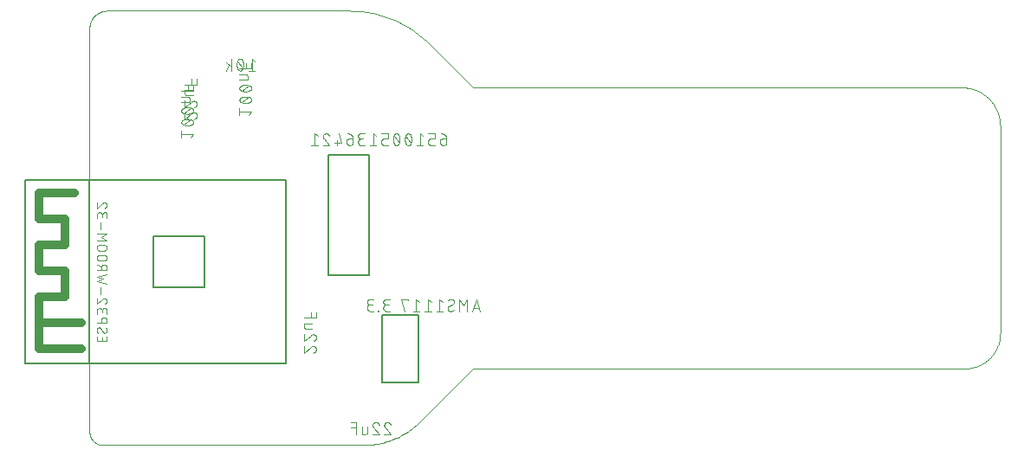
<source format=gbo>
G75*
%MOIN*%
%OFA0B0*%
%FSLAX25Y25*%
%IPPOS*%
%LPD*%
%AMOC8*
5,1,8,0,0,1.08239X$1,22.5*
%
%ADD10C,0.00000*%
%ADD11C,0.00500*%
%ADD12C,0.00300*%
%ADD13C,0.03200*%
%ADD14C,0.00400*%
%ADD15C,0.00800*%
D10*
X0031261Y0021669D02*
X0131325Y0021669D01*
X0153242Y0030748D02*
X0173691Y0051197D01*
X0362808Y0051197D01*
X0362808Y0051196D02*
X0363138Y0051200D01*
X0363467Y0051212D01*
X0363796Y0051232D01*
X0364124Y0051260D01*
X0364452Y0051295D01*
X0364779Y0051339D01*
X0365104Y0051391D01*
X0365428Y0051450D01*
X0365751Y0051517D01*
X0366072Y0051592D01*
X0366391Y0051675D01*
X0366708Y0051765D01*
X0367023Y0051864D01*
X0367335Y0051969D01*
X0367644Y0052082D01*
X0367951Y0052203D01*
X0368255Y0052331D01*
X0368555Y0052466D01*
X0368853Y0052609D01*
X0369146Y0052758D01*
X0369436Y0052915D01*
X0369722Y0053079D01*
X0370004Y0053249D01*
X0370282Y0053426D01*
X0370556Y0053610D01*
X0370825Y0053801D01*
X0371089Y0053998D01*
X0371349Y0054201D01*
X0371603Y0054410D01*
X0371852Y0054626D01*
X0372096Y0054848D01*
X0372335Y0055075D01*
X0372568Y0055308D01*
X0372795Y0055547D01*
X0373017Y0055791D01*
X0373233Y0056040D01*
X0373442Y0056294D01*
X0373645Y0056554D01*
X0373842Y0056818D01*
X0374033Y0057087D01*
X0374217Y0057361D01*
X0374394Y0057639D01*
X0374564Y0057921D01*
X0374728Y0058207D01*
X0374885Y0058497D01*
X0375034Y0058790D01*
X0375177Y0059088D01*
X0375312Y0059388D01*
X0375440Y0059692D01*
X0375561Y0059999D01*
X0375674Y0060308D01*
X0375779Y0060620D01*
X0375878Y0060935D01*
X0375968Y0061252D01*
X0376051Y0061571D01*
X0376126Y0061892D01*
X0376193Y0062215D01*
X0376252Y0062539D01*
X0376304Y0062864D01*
X0376348Y0063191D01*
X0376383Y0063519D01*
X0376411Y0063847D01*
X0376431Y0064176D01*
X0376443Y0064505D01*
X0376447Y0064835D01*
X0376447Y0144657D01*
X0376443Y0145015D01*
X0376430Y0145372D01*
X0376408Y0145730D01*
X0376378Y0146086D01*
X0376339Y0146442D01*
X0376292Y0146797D01*
X0376236Y0147150D01*
X0376171Y0147502D01*
X0376098Y0147852D01*
X0376017Y0148201D01*
X0375927Y0148547D01*
X0375829Y0148891D01*
X0375722Y0149233D01*
X0375608Y0149572D01*
X0375485Y0149908D01*
X0375354Y0150241D01*
X0375215Y0150571D01*
X0375068Y0150897D01*
X0374913Y0151220D01*
X0374751Y0151539D01*
X0374581Y0151853D01*
X0374403Y0152164D01*
X0374218Y0152470D01*
X0374025Y0152772D01*
X0373826Y0153069D01*
X0373619Y0153361D01*
X0373405Y0153648D01*
X0373184Y0153930D01*
X0372957Y0154206D01*
X0372723Y0154477D01*
X0372482Y0154741D01*
X0372236Y0155001D01*
X0371983Y0155254D01*
X0371723Y0155500D01*
X0371459Y0155741D01*
X0371188Y0155975D01*
X0370912Y0156202D01*
X0370630Y0156423D01*
X0370343Y0156637D01*
X0370051Y0156844D01*
X0369754Y0157043D01*
X0369452Y0157236D01*
X0369146Y0157421D01*
X0368835Y0157599D01*
X0368521Y0157769D01*
X0368202Y0157931D01*
X0367879Y0158086D01*
X0367553Y0158233D01*
X0367223Y0158372D01*
X0366890Y0158503D01*
X0366554Y0158626D01*
X0366215Y0158740D01*
X0365873Y0158847D01*
X0365529Y0158945D01*
X0365183Y0159035D01*
X0364834Y0159116D01*
X0364484Y0159189D01*
X0364132Y0159254D01*
X0363779Y0159310D01*
X0363424Y0159357D01*
X0363068Y0159396D01*
X0362712Y0159426D01*
X0362354Y0159448D01*
X0361997Y0159461D01*
X0361639Y0159465D01*
X0173691Y0159465D01*
X0157002Y0176154D01*
X0126007Y0188992D02*
X0032774Y0188992D01*
X0032612Y0188990D01*
X0032449Y0188984D01*
X0032287Y0188974D01*
X0032125Y0188961D01*
X0031964Y0188943D01*
X0031803Y0188921D01*
X0031642Y0188896D01*
X0031483Y0188867D01*
X0031324Y0188834D01*
X0031166Y0188797D01*
X0031008Y0188756D01*
X0030852Y0188711D01*
X0030697Y0188663D01*
X0030543Y0188611D01*
X0030391Y0188555D01*
X0030240Y0188496D01*
X0030090Y0188433D01*
X0029942Y0188366D01*
X0029795Y0188296D01*
X0029651Y0188222D01*
X0029508Y0188145D01*
X0029367Y0188064D01*
X0029228Y0187980D01*
X0029091Y0187893D01*
X0028956Y0187802D01*
X0028823Y0187708D01*
X0028693Y0187611D01*
X0028565Y0187511D01*
X0028440Y0187408D01*
X0028317Y0187302D01*
X0028197Y0187193D01*
X0028079Y0187081D01*
X0027964Y0186966D01*
X0027852Y0186848D01*
X0027743Y0186728D01*
X0027637Y0186605D01*
X0027534Y0186480D01*
X0027434Y0186352D01*
X0027337Y0186222D01*
X0027243Y0186089D01*
X0027152Y0185954D01*
X0027065Y0185817D01*
X0026981Y0185678D01*
X0026900Y0185537D01*
X0026823Y0185394D01*
X0026749Y0185250D01*
X0026679Y0185103D01*
X0026612Y0184955D01*
X0026549Y0184805D01*
X0026490Y0184654D01*
X0026434Y0184502D01*
X0026382Y0184348D01*
X0026334Y0184193D01*
X0026289Y0184037D01*
X0026248Y0183879D01*
X0026211Y0183721D01*
X0026178Y0183562D01*
X0026149Y0183403D01*
X0026124Y0183242D01*
X0026102Y0183081D01*
X0026084Y0182920D01*
X0026071Y0182758D01*
X0026061Y0182596D01*
X0026055Y0182433D01*
X0026053Y0182271D01*
X0026053Y0026877D01*
X0026055Y0026733D01*
X0026061Y0026590D01*
X0026071Y0026447D01*
X0026085Y0026304D01*
X0026102Y0026162D01*
X0026124Y0026020D01*
X0026150Y0025879D01*
X0026179Y0025738D01*
X0026212Y0025599D01*
X0026250Y0025460D01*
X0026290Y0025322D01*
X0026335Y0025186D01*
X0026384Y0025051D01*
X0026436Y0024917D01*
X0026492Y0024785D01*
X0026551Y0024654D01*
X0026614Y0024525D01*
X0026681Y0024398D01*
X0026751Y0024273D01*
X0026824Y0024150D01*
X0026901Y0024028D01*
X0026981Y0023909D01*
X0027065Y0023793D01*
X0027151Y0023678D01*
X0027241Y0023566D01*
X0027334Y0023457D01*
X0027429Y0023350D01*
X0027528Y0023245D01*
X0027629Y0023144D01*
X0027734Y0023045D01*
X0027841Y0022950D01*
X0027950Y0022857D01*
X0028062Y0022767D01*
X0028177Y0022681D01*
X0028293Y0022597D01*
X0028412Y0022517D01*
X0028534Y0022440D01*
X0028657Y0022367D01*
X0028782Y0022297D01*
X0028909Y0022230D01*
X0029038Y0022167D01*
X0029169Y0022108D01*
X0029301Y0022052D01*
X0029435Y0022000D01*
X0029570Y0021951D01*
X0029706Y0021906D01*
X0029844Y0021866D01*
X0029983Y0021828D01*
X0030122Y0021795D01*
X0030263Y0021766D01*
X0030404Y0021740D01*
X0030546Y0021718D01*
X0030688Y0021701D01*
X0030831Y0021687D01*
X0030974Y0021677D01*
X0031117Y0021671D01*
X0031261Y0021669D01*
X0131325Y0021669D02*
X0132086Y0021678D01*
X0132846Y0021706D01*
X0133605Y0021753D01*
X0134363Y0021818D01*
X0135119Y0021902D01*
X0135873Y0022004D01*
X0136624Y0022125D01*
X0137372Y0022265D01*
X0138116Y0022422D01*
X0138856Y0022598D01*
X0139592Y0022792D01*
X0140323Y0023004D01*
X0141048Y0023233D01*
X0141767Y0023481D01*
X0142480Y0023746D01*
X0143187Y0024028D01*
X0143886Y0024328D01*
X0144577Y0024645D01*
X0145261Y0024979D01*
X0145936Y0025329D01*
X0146603Y0025696D01*
X0147260Y0026079D01*
X0147908Y0026478D01*
X0148545Y0026893D01*
X0149173Y0027323D01*
X0149789Y0027769D01*
X0150395Y0028229D01*
X0150989Y0028705D01*
X0151571Y0029195D01*
X0152141Y0029698D01*
X0152698Y0030216D01*
X0153242Y0030748D01*
X0157001Y0176154D02*
X0156255Y0176883D01*
X0155491Y0177594D01*
X0154711Y0178286D01*
X0153914Y0178960D01*
X0153102Y0179614D01*
X0152275Y0180249D01*
X0151432Y0180864D01*
X0150575Y0181459D01*
X0149704Y0182034D01*
X0148820Y0182587D01*
X0147923Y0183120D01*
X0147013Y0183630D01*
X0146092Y0184119D01*
X0145159Y0184586D01*
X0144215Y0185031D01*
X0143261Y0185453D01*
X0142298Y0185852D01*
X0141325Y0186228D01*
X0140343Y0186581D01*
X0139353Y0186911D01*
X0138356Y0187216D01*
X0137352Y0187498D01*
X0136341Y0187756D01*
X0135324Y0187990D01*
X0134302Y0188200D01*
X0133276Y0188385D01*
X0132245Y0188546D01*
X0131211Y0188682D01*
X0130173Y0188794D01*
X0129134Y0188880D01*
X0128093Y0188942D01*
X0127050Y0188980D01*
X0126007Y0188992D01*
D11*
X0133533Y0133559D02*
X0117943Y0133559D01*
X0117943Y0087102D01*
X0133533Y0087102D01*
X0133533Y0133559D01*
X0101644Y0123913D02*
X0026053Y0123913D01*
X0026053Y0053047D01*
X0001250Y0053047D01*
X0001250Y0123913D01*
X0026053Y0123913D01*
X0050463Y0102260D02*
X0070148Y0102260D01*
X0070148Y0082575D01*
X0050463Y0082575D01*
X0050463Y0102260D01*
X0101644Y0123913D02*
X0101644Y0053047D01*
X0026053Y0053047D01*
D12*
X0028828Y0061823D02*
X0032728Y0061823D01*
X0032728Y0063556D01*
X0030994Y0063123D02*
X0030994Y0061823D01*
X0028828Y0061823D02*
X0028828Y0063556D01*
X0030452Y0066573D02*
X0030422Y0066621D01*
X0030388Y0066667D01*
X0030351Y0066711D01*
X0030312Y0066752D01*
X0030270Y0066791D01*
X0030226Y0066827D01*
X0030179Y0066860D01*
X0030131Y0066890D01*
X0030080Y0066917D01*
X0030028Y0066940D01*
X0029975Y0066960D01*
X0029920Y0066977D01*
X0029864Y0066989D01*
X0029808Y0066999D01*
X0029751Y0067004D01*
X0029694Y0067006D01*
X0029637Y0067004D01*
X0029581Y0066999D01*
X0029525Y0066989D01*
X0029470Y0066976D01*
X0029415Y0066960D01*
X0029362Y0066940D01*
X0029311Y0066917D01*
X0029261Y0066890D01*
X0029212Y0066860D01*
X0029166Y0066827D01*
X0029122Y0066791D01*
X0029081Y0066752D01*
X0029042Y0066711D01*
X0029006Y0066667D01*
X0028973Y0066621D01*
X0028943Y0066573D01*
X0028916Y0066522D01*
X0028893Y0066471D01*
X0028873Y0066418D01*
X0028857Y0066363D01*
X0028844Y0066308D01*
X0028834Y0066252D01*
X0028829Y0066196D01*
X0028827Y0066139D01*
X0030453Y0066573D02*
X0031103Y0065381D01*
X0032727Y0065814D02*
X0032725Y0065889D01*
X0032720Y0065963D01*
X0032712Y0066037D01*
X0032700Y0066111D01*
X0032684Y0066184D01*
X0032666Y0066256D01*
X0032644Y0066328D01*
X0032618Y0066398D01*
X0032590Y0066467D01*
X0032558Y0066535D01*
X0032524Y0066601D01*
X0032486Y0066666D01*
X0032445Y0066728D01*
X0032402Y0066789D01*
X0031103Y0065381D02*
X0031133Y0065333D01*
X0031167Y0065287D01*
X0031204Y0065243D01*
X0031243Y0065202D01*
X0031285Y0065163D01*
X0031329Y0065127D01*
X0031376Y0065094D01*
X0031424Y0065064D01*
X0031475Y0065037D01*
X0031527Y0065014D01*
X0031580Y0064994D01*
X0031635Y0064977D01*
X0031691Y0064965D01*
X0031747Y0064955D01*
X0031804Y0064950D01*
X0031861Y0064948D01*
X0031861Y0064947D02*
X0031918Y0064949D01*
X0031974Y0064954D01*
X0032030Y0064964D01*
X0032085Y0064977D01*
X0032140Y0064993D01*
X0032193Y0065013D01*
X0032244Y0065036D01*
X0032295Y0065063D01*
X0032343Y0065093D01*
X0032389Y0065126D01*
X0032433Y0065162D01*
X0032474Y0065201D01*
X0032513Y0065242D01*
X0032549Y0065286D01*
X0032582Y0065332D01*
X0032612Y0065381D01*
X0032639Y0065431D01*
X0032662Y0065482D01*
X0032682Y0065535D01*
X0032698Y0065590D01*
X0032711Y0065645D01*
X0032721Y0065701D01*
X0032726Y0065757D01*
X0032728Y0065814D01*
X0029369Y0064839D02*
X0029310Y0064900D01*
X0029254Y0064964D01*
X0029201Y0065031D01*
X0029151Y0065099D01*
X0029104Y0065171D01*
X0029061Y0065244D01*
X0029021Y0065319D01*
X0028985Y0065396D01*
X0028952Y0065474D01*
X0028923Y0065554D01*
X0028898Y0065635D01*
X0028876Y0065718D01*
X0028859Y0065801D01*
X0028845Y0065885D01*
X0028835Y0065969D01*
X0028829Y0066054D01*
X0028827Y0066139D01*
X0028828Y0068672D02*
X0032728Y0068672D01*
X0032728Y0069756D01*
X0032727Y0069756D02*
X0032725Y0069820D01*
X0032719Y0069884D01*
X0032710Y0069948D01*
X0032697Y0070010D01*
X0032680Y0070072D01*
X0032659Y0070133D01*
X0032635Y0070193D01*
X0032607Y0070251D01*
X0032577Y0070307D01*
X0032542Y0070361D01*
X0032505Y0070413D01*
X0032464Y0070463D01*
X0032421Y0070510D01*
X0032375Y0070555D01*
X0032326Y0070597D01*
X0032275Y0070636D01*
X0032222Y0070672D01*
X0032167Y0070704D01*
X0032110Y0070734D01*
X0032051Y0070760D01*
X0031991Y0070782D01*
X0031929Y0070801D01*
X0031867Y0070816D01*
X0031804Y0070827D01*
X0031740Y0070835D01*
X0031676Y0070839D01*
X0031612Y0070839D01*
X0031548Y0070835D01*
X0031484Y0070827D01*
X0031421Y0070816D01*
X0031359Y0070801D01*
X0031297Y0070782D01*
X0031237Y0070760D01*
X0031178Y0070734D01*
X0031121Y0070704D01*
X0031066Y0070672D01*
X0031013Y0070636D01*
X0030962Y0070597D01*
X0030913Y0070555D01*
X0030867Y0070510D01*
X0030824Y0070463D01*
X0030783Y0070413D01*
X0030746Y0070361D01*
X0030711Y0070307D01*
X0030681Y0070251D01*
X0030653Y0070193D01*
X0030629Y0070133D01*
X0030608Y0070072D01*
X0030591Y0070010D01*
X0030578Y0069948D01*
X0030569Y0069884D01*
X0030563Y0069820D01*
X0030561Y0069756D01*
X0030561Y0068672D01*
X0028828Y0072273D02*
X0028828Y0073357D01*
X0028830Y0073421D01*
X0028836Y0073485D01*
X0028845Y0073549D01*
X0028858Y0073611D01*
X0028875Y0073673D01*
X0028896Y0073734D01*
X0028920Y0073794D01*
X0028948Y0073852D01*
X0028978Y0073908D01*
X0029013Y0073962D01*
X0029050Y0074014D01*
X0029091Y0074064D01*
X0029134Y0074111D01*
X0029180Y0074156D01*
X0029229Y0074198D01*
X0029280Y0074237D01*
X0029333Y0074273D01*
X0029388Y0074305D01*
X0029445Y0074335D01*
X0029504Y0074361D01*
X0029564Y0074383D01*
X0029626Y0074402D01*
X0029688Y0074417D01*
X0029751Y0074428D01*
X0029815Y0074436D01*
X0029879Y0074440D01*
X0029943Y0074440D01*
X0030007Y0074436D01*
X0030071Y0074428D01*
X0030134Y0074417D01*
X0030196Y0074402D01*
X0030258Y0074383D01*
X0030318Y0074361D01*
X0030377Y0074335D01*
X0030434Y0074305D01*
X0030489Y0074273D01*
X0030542Y0074237D01*
X0030593Y0074198D01*
X0030642Y0074156D01*
X0030688Y0074111D01*
X0030731Y0074064D01*
X0030772Y0074014D01*
X0030809Y0073962D01*
X0030844Y0073908D01*
X0030874Y0073852D01*
X0030902Y0073794D01*
X0030926Y0073734D01*
X0030947Y0073673D01*
X0030964Y0073611D01*
X0030977Y0073549D01*
X0030986Y0073485D01*
X0030992Y0073421D01*
X0030994Y0073357D01*
X0030994Y0073573D02*
X0030994Y0072707D01*
X0030994Y0073573D02*
X0030996Y0073631D01*
X0031002Y0073689D01*
X0031011Y0073746D01*
X0031025Y0073802D01*
X0031042Y0073857D01*
X0031063Y0073911D01*
X0031087Y0073964D01*
X0031115Y0074015D01*
X0031146Y0074064D01*
X0031181Y0074110D01*
X0031218Y0074155D01*
X0031258Y0074196D01*
X0031301Y0074235D01*
X0031347Y0074271D01*
X0031394Y0074304D01*
X0031444Y0074333D01*
X0031496Y0074359D01*
X0031549Y0074382D01*
X0031604Y0074401D01*
X0031660Y0074416D01*
X0031717Y0074428D01*
X0031774Y0074436D01*
X0031832Y0074440D01*
X0031890Y0074440D01*
X0031948Y0074436D01*
X0032005Y0074428D01*
X0032062Y0074416D01*
X0032118Y0074401D01*
X0032173Y0074382D01*
X0032226Y0074359D01*
X0032278Y0074333D01*
X0032328Y0074304D01*
X0032375Y0074271D01*
X0032421Y0074235D01*
X0032464Y0074196D01*
X0032504Y0074155D01*
X0032541Y0074110D01*
X0032576Y0074064D01*
X0032607Y0074015D01*
X0032635Y0073964D01*
X0032659Y0073911D01*
X0032680Y0073857D01*
X0032697Y0073802D01*
X0032711Y0073746D01*
X0032720Y0073689D01*
X0032726Y0073631D01*
X0032728Y0073573D01*
X0032728Y0072273D01*
X0030995Y0077895D02*
X0031038Y0077938D01*
X0031083Y0077978D01*
X0031131Y0078015D01*
X0031181Y0078050D01*
X0031232Y0078081D01*
X0031286Y0078110D01*
X0031341Y0078135D01*
X0031397Y0078158D01*
X0031454Y0078177D01*
X0031513Y0078192D01*
X0031572Y0078204D01*
X0031632Y0078213D01*
X0031692Y0078218D01*
X0031753Y0078220D01*
X0030994Y0077895D02*
X0028828Y0076053D01*
X0028828Y0078220D01*
X0030344Y0079869D02*
X0030344Y0082469D01*
X0028828Y0084838D02*
X0031428Y0085705D01*
X0028828Y0086571D01*
X0032728Y0087438D01*
X0032728Y0089054D02*
X0028828Y0089054D01*
X0030561Y0089054D02*
X0030561Y0090138D01*
X0030561Y0090354D02*
X0028828Y0091221D01*
X0029911Y0092811D02*
X0031644Y0092811D01*
X0031644Y0092812D02*
X0031708Y0092814D01*
X0031772Y0092820D01*
X0031836Y0092829D01*
X0031898Y0092842D01*
X0031960Y0092859D01*
X0032021Y0092880D01*
X0032081Y0092904D01*
X0032139Y0092932D01*
X0032195Y0092962D01*
X0032249Y0092997D01*
X0032301Y0093034D01*
X0032351Y0093075D01*
X0032398Y0093118D01*
X0032443Y0093164D01*
X0032485Y0093213D01*
X0032524Y0093264D01*
X0032560Y0093317D01*
X0032592Y0093372D01*
X0032622Y0093429D01*
X0032648Y0093488D01*
X0032670Y0093548D01*
X0032689Y0093610D01*
X0032704Y0093672D01*
X0032715Y0093735D01*
X0032723Y0093799D01*
X0032727Y0093863D01*
X0032727Y0093927D01*
X0032723Y0093991D01*
X0032715Y0094055D01*
X0032704Y0094118D01*
X0032689Y0094180D01*
X0032670Y0094242D01*
X0032648Y0094302D01*
X0032622Y0094361D01*
X0032592Y0094418D01*
X0032560Y0094473D01*
X0032524Y0094526D01*
X0032485Y0094577D01*
X0032443Y0094626D01*
X0032398Y0094672D01*
X0032351Y0094715D01*
X0032301Y0094756D01*
X0032249Y0094793D01*
X0032195Y0094828D01*
X0032139Y0094858D01*
X0032081Y0094886D01*
X0032021Y0094910D01*
X0031960Y0094931D01*
X0031898Y0094948D01*
X0031836Y0094961D01*
X0031772Y0094970D01*
X0031708Y0094976D01*
X0031644Y0094978D01*
X0029911Y0094978D01*
X0029847Y0094976D01*
X0029783Y0094970D01*
X0029719Y0094961D01*
X0029657Y0094948D01*
X0029595Y0094931D01*
X0029534Y0094910D01*
X0029474Y0094886D01*
X0029416Y0094858D01*
X0029360Y0094828D01*
X0029306Y0094793D01*
X0029254Y0094756D01*
X0029204Y0094715D01*
X0029157Y0094672D01*
X0029112Y0094626D01*
X0029070Y0094577D01*
X0029031Y0094526D01*
X0028995Y0094473D01*
X0028963Y0094418D01*
X0028933Y0094361D01*
X0028907Y0094302D01*
X0028885Y0094242D01*
X0028866Y0094180D01*
X0028851Y0094118D01*
X0028840Y0094055D01*
X0028832Y0093991D01*
X0028828Y0093927D01*
X0028828Y0093863D01*
X0028832Y0093799D01*
X0028840Y0093735D01*
X0028851Y0093672D01*
X0028866Y0093610D01*
X0028885Y0093548D01*
X0028907Y0093488D01*
X0028933Y0093429D01*
X0028963Y0093372D01*
X0028995Y0093317D01*
X0029031Y0093264D01*
X0029070Y0093213D01*
X0029112Y0093164D01*
X0029157Y0093118D01*
X0029204Y0093075D01*
X0029254Y0093034D01*
X0029306Y0092997D01*
X0029360Y0092962D01*
X0029416Y0092932D01*
X0029474Y0092904D01*
X0029534Y0092880D01*
X0029595Y0092859D01*
X0029657Y0092842D01*
X0029719Y0092829D01*
X0029783Y0092820D01*
X0029847Y0092814D01*
X0029911Y0092812D01*
X0030561Y0090138D02*
X0030563Y0090202D01*
X0030569Y0090266D01*
X0030578Y0090330D01*
X0030591Y0090392D01*
X0030608Y0090454D01*
X0030629Y0090515D01*
X0030653Y0090575D01*
X0030681Y0090633D01*
X0030711Y0090689D01*
X0030746Y0090743D01*
X0030783Y0090795D01*
X0030824Y0090845D01*
X0030867Y0090892D01*
X0030913Y0090937D01*
X0030962Y0090979D01*
X0031013Y0091018D01*
X0031066Y0091054D01*
X0031121Y0091086D01*
X0031178Y0091116D01*
X0031237Y0091142D01*
X0031297Y0091164D01*
X0031359Y0091183D01*
X0031421Y0091198D01*
X0031484Y0091209D01*
X0031548Y0091217D01*
X0031612Y0091221D01*
X0031676Y0091221D01*
X0031740Y0091217D01*
X0031804Y0091209D01*
X0031867Y0091198D01*
X0031929Y0091183D01*
X0031991Y0091164D01*
X0032051Y0091142D01*
X0032110Y0091116D01*
X0032167Y0091086D01*
X0032222Y0091054D01*
X0032275Y0091018D01*
X0032326Y0090979D01*
X0032375Y0090937D01*
X0032421Y0090892D01*
X0032464Y0090845D01*
X0032505Y0090795D01*
X0032542Y0090743D01*
X0032577Y0090689D01*
X0032607Y0090633D01*
X0032635Y0090575D01*
X0032659Y0090515D01*
X0032680Y0090454D01*
X0032697Y0090392D01*
X0032710Y0090330D01*
X0032719Y0090266D01*
X0032725Y0090202D01*
X0032727Y0090138D01*
X0032728Y0090138D02*
X0032728Y0089054D01*
X0032728Y0083971D02*
X0028828Y0084838D01*
X0032728Y0077245D02*
X0032726Y0077177D01*
X0032721Y0077108D01*
X0032711Y0077040D01*
X0032698Y0076973D01*
X0032681Y0076907D01*
X0032661Y0076841D01*
X0032637Y0076777D01*
X0032610Y0076714D01*
X0032579Y0076653D01*
X0032545Y0076594D01*
X0032508Y0076536D01*
X0032468Y0076481D01*
X0032425Y0076427D01*
X0032378Y0076377D01*
X0032330Y0076329D01*
X0032278Y0076283D01*
X0032225Y0076241D01*
X0032169Y0076201D01*
X0032110Y0076165D01*
X0032051Y0076132D01*
X0031989Y0076102D01*
X0031926Y0076076D01*
X0031861Y0076053D01*
X0032728Y0077245D02*
X0032726Y0077306D01*
X0032720Y0077367D01*
X0032711Y0077428D01*
X0032697Y0077487D01*
X0032680Y0077546D01*
X0032660Y0077604D01*
X0032635Y0077660D01*
X0032607Y0077715D01*
X0032576Y0077767D01*
X0032542Y0077818D01*
X0032504Y0077866D01*
X0032464Y0077912D01*
X0032420Y0077956D01*
X0032374Y0077996D01*
X0032326Y0078034D01*
X0032275Y0078068D01*
X0032223Y0078099D01*
X0032168Y0078127D01*
X0032112Y0078152D01*
X0032054Y0078172D01*
X0031995Y0078189D01*
X0031936Y0078203D01*
X0031875Y0078212D01*
X0031814Y0078218D01*
X0031753Y0078220D01*
X0031644Y0096591D02*
X0029911Y0096591D01*
X0029911Y0096592D02*
X0029847Y0096594D01*
X0029783Y0096600D01*
X0029719Y0096609D01*
X0029657Y0096622D01*
X0029595Y0096639D01*
X0029534Y0096660D01*
X0029474Y0096684D01*
X0029416Y0096712D01*
X0029360Y0096742D01*
X0029306Y0096777D01*
X0029254Y0096814D01*
X0029204Y0096855D01*
X0029157Y0096898D01*
X0029112Y0096944D01*
X0029070Y0096993D01*
X0029031Y0097044D01*
X0028995Y0097097D01*
X0028963Y0097152D01*
X0028933Y0097209D01*
X0028907Y0097268D01*
X0028885Y0097328D01*
X0028866Y0097390D01*
X0028851Y0097452D01*
X0028840Y0097515D01*
X0028832Y0097579D01*
X0028828Y0097643D01*
X0028828Y0097707D01*
X0028832Y0097771D01*
X0028840Y0097835D01*
X0028851Y0097898D01*
X0028866Y0097960D01*
X0028885Y0098022D01*
X0028907Y0098082D01*
X0028933Y0098141D01*
X0028963Y0098198D01*
X0028995Y0098253D01*
X0029031Y0098306D01*
X0029070Y0098357D01*
X0029112Y0098406D01*
X0029157Y0098452D01*
X0029204Y0098495D01*
X0029254Y0098536D01*
X0029306Y0098573D01*
X0029360Y0098608D01*
X0029416Y0098638D01*
X0029474Y0098666D01*
X0029534Y0098690D01*
X0029595Y0098711D01*
X0029657Y0098728D01*
X0029719Y0098741D01*
X0029783Y0098750D01*
X0029847Y0098756D01*
X0029911Y0098758D01*
X0031644Y0098758D01*
X0031708Y0098756D01*
X0031772Y0098750D01*
X0031836Y0098741D01*
X0031898Y0098728D01*
X0031960Y0098711D01*
X0032021Y0098690D01*
X0032081Y0098666D01*
X0032139Y0098638D01*
X0032195Y0098608D01*
X0032249Y0098573D01*
X0032301Y0098536D01*
X0032351Y0098495D01*
X0032398Y0098452D01*
X0032443Y0098406D01*
X0032485Y0098357D01*
X0032524Y0098306D01*
X0032560Y0098253D01*
X0032592Y0098198D01*
X0032622Y0098141D01*
X0032648Y0098082D01*
X0032670Y0098022D01*
X0032689Y0097960D01*
X0032704Y0097898D01*
X0032715Y0097835D01*
X0032723Y0097771D01*
X0032727Y0097707D01*
X0032727Y0097643D01*
X0032723Y0097579D01*
X0032715Y0097515D01*
X0032704Y0097452D01*
X0032689Y0097390D01*
X0032670Y0097328D01*
X0032648Y0097268D01*
X0032622Y0097209D01*
X0032592Y0097152D01*
X0032560Y0097097D01*
X0032524Y0097044D01*
X0032485Y0096993D01*
X0032443Y0096944D01*
X0032398Y0096898D01*
X0032351Y0096855D01*
X0032301Y0096814D01*
X0032249Y0096777D01*
X0032195Y0096742D01*
X0032139Y0096712D01*
X0032081Y0096684D01*
X0032021Y0096660D01*
X0031960Y0096639D01*
X0031898Y0096622D01*
X0031836Y0096609D01*
X0031772Y0096600D01*
X0031708Y0096594D01*
X0031644Y0096592D01*
X0032728Y0100533D02*
X0028828Y0100533D01*
X0030561Y0101833D02*
X0032728Y0103133D01*
X0028828Y0103133D01*
X0030561Y0101833D02*
X0032728Y0100533D01*
X0030344Y0104943D02*
X0030344Y0107543D01*
X0030994Y0109625D02*
X0030994Y0110491D01*
X0030996Y0110549D01*
X0031002Y0110607D01*
X0031011Y0110664D01*
X0031025Y0110720D01*
X0031042Y0110775D01*
X0031063Y0110829D01*
X0031087Y0110882D01*
X0031115Y0110933D01*
X0031146Y0110982D01*
X0031181Y0111028D01*
X0031218Y0111073D01*
X0031258Y0111114D01*
X0031301Y0111153D01*
X0031347Y0111189D01*
X0031394Y0111222D01*
X0031444Y0111251D01*
X0031496Y0111277D01*
X0031549Y0111300D01*
X0031604Y0111319D01*
X0031660Y0111334D01*
X0031717Y0111346D01*
X0031774Y0111354D01*
X0031832Y0111358D01*
X0031890Y0111358D01*
X0031948Y0111354D01*
X0032005Y0111346D01*
X0032062Y0111334D01*
X0032118Y0111319D01*
X0032173Y0111300D01*
X0032226Y0111277D01*
X0032278Y0111251D01*
X0032328Y0111222D01*
X0032375Y0111189D01*
X0032421Y0111153D01*
X0032464Y0111114D01*
X0032504Y0111073D01*
X0032541Y0111028D01*
X0032576Y0110982D01*
X0032607Y0110933D01*
X0032635Y0110882D01*
X0032659Y0110829D01*
X0032680Y0110775D01*
X0032697Y0110720D01*
X0032711Y0110664D01*
X0032720Y0110607D01*
X0032726Y0110549D01*
X0032728Y0110491D01*
X0032728Y0109191D01*
X0030994Y0110275D02*
X0030992Y0110339D01*
X0030986Y0110403D01*
X0030977Y0110467D01*
X0030964Y0110529D01*
X0030947Y0110591D01*
X0030926Y0110652D01*
X0030902Y0110712D01*
X0030874Y0110770D01*
X0030844Y0110826D01*
X0030809Y0110880D01*
X0030772Y0110932D01*
X0030731Y0110982D01*
X0030688Y0111029D01*
X0030642Y0111074D01*
X0030593Y0111116D01*
X0030542Y0111155D01*
X0030489Y0111191D01*
X0030434Y0111223D01*
X0030377Y0111253D01*
X0030318Y0111279D01*
X0030258Y0111301D01*
X0030196Y0111320D01*
X0030134Y0111335D01*
X0030071Y0111346D01*
X0030007Y0111354D01*
X0029943Y0111358D01*
X0029879Y0111358D01*
X0029815Y0111354D01*
X0029751Y0111346D01*
X0029688Y0111335D01*
X0029626Y0111320D01*
X0029564Y0111301D01*
X0029504Y0111279D01*
X0029445Y0111253D01*
X0029388Y0111223D01*
X0029333Y0111191D01*
X0029280Y0111155D01*
X0029229Y0111116D01*
X0029180Y0111074D01*
X0029134Y0111029D01*
X0029091Y0110982D01*
X0029050Y0110932D01*
X0029013Y0110880D01*
X0028978Y0110826D01*
X0028948Y0110770D01*
X0028920Y0110712D01*
X0028896Y0110652D01*
X0028875Y0110591D01*
X0028858Y0110529D01*
X0028845Y0110467D01*
X0028836Y0110403D01*
X0028830Y0110339D01*
X0028828Y0110275D01*
X0028828Y0109191D01*
X0028828Y0112971D02*
X0028828Y0115138D01*
X0028828Y0112971D02*
X0030994Y0114813D01*
X0032728Y0114163D02*
X0032726Y0114095D01*
X0032721Y0114026D01*
X0032711Y0113958D01*
X0032698Y0113891D01*
X0032681Y0113825D01*
X0032661Y0113759D01*
X0032637Y0113695D01*
X0032610Y0113632D01*
X0032579Y0113571D01*
X0032545Y0113512D01*
X0032508Y0113454D01*
X0032468Y0113399D01*
X0032425Y0113345D01*
X0032378Y0113295D01*
X0032330Y0113247D01*
X0032278Y0113201D01*
X0032225Y0113159D01*
X0032169Y0113119D01*
X0032110Y0113083D01*
X0032051Y0113050D01*
X0031989Y0113020D01*
X0031926Y0112994D01*
X0031861Y0112971D01*
X0030995Y0114813D02*
X0031038Y0114856D01*
X0031083Y0114896D01*
X0031131Y0114933D01*
X0031181Y0114968D01*
X0031232Y0114999D01*
X0031286Y0115028D01*
X0031341Y0115053D01*
X0031397Y0115076D01*
X0031454Y0115095D01*
X0031513Y0115110D01*
X0031572Y0115122D01*
X0031632Y0115131D01*
X0031692Y0115136D01*
X0031753Y0115138D01*
X0031814Y0115136D01*
X0031875Y0115130D01*
X0031936Y0115121D01*
X0031995Y0115107D01*
X0032054Y0115090D01*
X0032112Y0115070D01*
X0032168Y0115045D01*
X0032223Y0115017D01*
X0032275Y0114986D01*
X0032326Y0114952D01*
X0032374Y0114914D01*
X0032420Y0114874D01*
X0032464Y0114830D01*
X0032504Y0114784D01*
X0032542Y0114736D01*
X0032576Y0114685D01*
X0032607Y0114633D01*
X0032635Y0114578D01*
X0032660Y0114522D01*
X0032680Y0114464D01*
X0032697Y0114405D01*
X0032711Y0114346D01*
X0032720Y0114285D01*
X0032726Y0114224D01*
X0032728Y0114163D01*
D13*
X0020144Y0118913D02*
X0006644Y0118913D01*
X0006644Y0108913D01*
X0016644Y0108913D01*
X0016644Y0098913D01*
X0006644Y0098913D01*
X0006644Y0088913D01*
X0016644Y0088913D01*
X0016644Y0078913D01*
X0006644Y0078913D01*
X0006644Y0068913D01*
X0022894Y0068913D01*
X0022894Y0058913D02*
X0006644Y0058913D01*
X0006644Y0068913D01*
D14*
X0108635Y0068452D02*
X0111702Y0068452D01*
X0111702Y0066408D02*
X0109402Y0066408D01*
X0109347Y0066410D01*
X0109293Y0066416D01*
X0109239Y0066426D01*
X0109186Y0066439D01*
X0109134Y0066456D01*
X0109083Y0066477D01*
X0109034Y0066502D01*
X0108987Y0066530D01*
X0108942Y0066561D01*
X0108900Y0066595D01*
X0108860Y0066633D01*
X0108822Y0066673D01*
X0108788Y0066715D01*
X0108757Y0066760D01*
X0108729Y0066807D01*
X0108704Y0066856D01*
X0108683Y0066907D01*
X0108666Y0066959D01*
X0108653Y0067012D01*
X0108643Y0067066D01*
X0108637Y0067120D01*
X0108635Y0067175D01*
X0108635Y0068452D01*
X0108635Y0070661D02*
X0113235Y0070661D01*
X0113235Y0072706D01*
X0111191Y0072706D02*
X0111191Y0070661D01*
X0111191Y0063975D02*
X0108635Y0061802D01*
X0108635Y0064358D01*
X0112213Y0061803D02*
X0112283Y0061828D01*
X0112352Y0061856D01*
X0112419Y0061887D01*
X0112485Y0061922D01*
X0112548Y0061960D01*
X0112610Y0062002D01*
X0112670Y0062046D01*
X0112727Y0062093D01*
X0112782Y0062143D01*
X0112834Y0062196D01*
X0112884Y0062252D01*
X0112930Y0062310D01*
X0112974Y0062370D01*
X0113015Y0062432D01*
X0113052Y0062496D01*
X0113086Y0062562D01*
X0113117Y0062630D01*
X0113144Y0062699D01*
X0113168Y0062769D01*
X0113189Y0062840D01*
X0113205Y0062913D01*
X0113218Y0062986D01*
X0113228Y0063060D01*
X0113233Y0063134D01*
X0113235Y0063208D01*
X0113233Y0063275D01*
X0113227Y0063342D01*
X0113218Y0063408D01*
X0113204Y0063473D01*
X0113187Y0063538D01*
X0113166Y0063601D01*
X0113141Y0063663D01*
X0113113Y0063724D01*
X0113081Y0063783D01*
X0113046Y0063840D01*
X0113007Y0063895D01*
X0112966Y0063947D01*
X0112921Y0063997D01*
X0112874Y0064044D01*
X0112824Y0064089D01*
X0112772Y0064130D01*
X0112717Y0064169D01*
X0112660Y0064204D01*
X0112601Y0064236D01*
X0112540Y0064264D01*
X0112478Y0064289D01*
X0112415Y0064310D01*
X0112350Y0064327D01*
X0112285Y0064341D01*
X0112219Y0064350D01*
X0112152Y0064356D01*
X0112085Y0064358D01*
X0112018Y0064356D01*
X0111952Y0064351D01*
X0111886Y0064342D01*
X0111820Y0064329D01*
X0111756Y0064313D01*
X0111692Y0064294D01*
X0111629Y0064271D01*
X0111568Y0064245D01*
X0111508Y0064215D01*
X0111450Y0064182D01*
X0111394Y0064147D01*
X0111340Y0064108D01*
X0111288Y0064066D01*
X0111238Y0064022D01*
X0111191Y0063975D01*
X0111191Y0059475D02*
X0108635Y0057302D01*
X0108635Y0059858D01*
X0112213Y0057303D02*
X0112283Y0057328D01*
X0112352Y0057356D01*
X0112419Y0057387D01*
X0112485Y0057422D01*
X0112548Y0057460D01*
X0112610Y0057502D01*
X0112670Y0057546D01*
X0112727Y0057593D01*
X0112782Y0057643D01*
X0112834Y0057696D01*
X0112884Y0057752D01*
X0112930Y0057810D01*
X0112974Y0057870D01*
X0113015Y0057932D01*
X0113052Y0057996D01*
X0113086Y0058062D01*
X0113117Y0058130D01*
X0113144Y0058199D01*
X0113168Y0058269D01*
X0113189Y0058340D01*
X0113205Y0058413D01*
X0113218Y0058486D01*
X0113228Y0058560D01*
X0113233Y0058634D01*
X0113235Y0058708D01*
X0113233Y0058775D01*
X0113227Y0058842D01*
X0113218Y0058908D01*
X0113204Y0058973D01*
X0113187Y0059038D01*
X0113166Y0059101D01*
X0113141Y0059163D01*
X0113113Y0059224D01*
X0113081Y0059283D01*
X0113046Y0059340D01*
X0113007Y0059395D01*
X0112966Y0059447D01*
X0112921Y0059497D01*
X0112874Y0059544D01*
X0112824Y0059589D01*
X0112772Y0059630D01*
X0112717Y0059669D01*
X0112660Y0059704D01*
X0112601Y0059736D01*
X0112540Y0059764D01*
X0112478Y0059789D01*
X0112415Y0059810D01*
X0112350Y0059827D01*
X0112285Y0059841D01*
X0112219Y0059850D01*
X0112152Y0059856D01*
X0112085Y0059858D01*
X0112018Y0059856D01*
X0111952Y0059851D01*
X0111886Y0059842D01*
X0111820Y0059829D01*
X0111756Y0059813D01*
X0111692Y0059794D01*
X0111629Y0059771D01*
X0111568Y0059745D01*
X0111508Y0059715D01*
X0111450Y0059682D01*
X0111394Y0059647D01*
X0111340Y0059608D01*
X0111288Y0059566D01*
X0111238Y0059522D01*
X0111191Y0059475D01*
X0134058Y0073274D02*
X0135336Y0073274D01*
X0137081Y0073274D02*
X0137336Y0073274D01*
X0137336Y0073530D01*
X0137081Y0073530D01*
X0137081Y0073274D01*
X0140358Y0073274D02*
X0141636Y0073274D01*
X0140358Y0073274D02*
X0140288Y0073276D01*
X0140217Y0073282D01*
X0140148Y0073291D01*
X0140079Y0073305D01*
X0140010Y0073322D01*
X0139943Y0073343D01*
X0139877Y0073368D01*
X0139813Y0073396D01*
X0139750Y0073428D01*
X0139689Y0073463D01*
X0139630Y0073502D01*
X0139573Y0073543D01*
X0139519Y0073588D01*
X0139467Y0073636D01*
X0139418Y0073686D01*
X0139371Y0073740D01*
X0139328Y0073795D01*
X0139288Y0073853D01*
X0139251Y0073913D01*
X0139218Y0073975D01*
X0139188Y0074039D01*
X0139161Y0074104D01*
X0139138Y0074170D01*
X0139119Y0074238D01*
X0139104Y0074307D01*
X0139092Y0074376D01*
X0139084Y0074446D01*
X0139080Y0074517D01*
X0139080Y0074587D01*
X0139084Y0074658D01*
X0139092Y0074728D01*
X0139104Y0074797D01*
X0139119Y0074866D01*
X0139138Y0074934D01*
X0139161Y0075000D01*
X0139188Y0075065D01*
X0139218Y0075129D01*
X0139251Y0075191D01*
X0139288Y0075251D01*
X0139328Y0075309D01*
X0139371Y0075364D01*
X0139418Y0075418D01*
X0139467Y0075468D01*
X0139519Y0075516D01*
X0139573Y0075561D01*
X0139630Y0075602D01*
X0139689Y0075641D01*
X0139750Y0075676D01*
X0139813Y0075708D01*
X0139877Y0075736D01*
X0139943Y0075761D01*
X0140010Y0075782D01*
X0140079Y0075799D01*
X0140148Y0075813D01*
X0140217Y0075822D01*
X0140288Y0075828D01*
X0140358Y0075830D01*
X0140103Y0075830D02*
X0141125Y0075830D01*
X0140103Y0075830D02*
X0140040Y0075832D01*
X0139977Y0075838D01*
X0139915Y0075847D01*
X0139854Y0075861D01*
X0139793Y0075878D01*
X0139734Y0075899D01*
X0139676Y0075924D01*
X0139619Y0075952D01*
X0139565Y0075983D01*
X0139513Y0076018D01*
X0139462Y0076056D01*
X0139414Y0076097D01*
X0139369Y0076141D01*
X0139327Y0076187D01*
X0139287Y0076236D01*
X0139251Y0076287D01*
X0139218Y0076341D01*
X0139188Y0076396D01*
X0139162Y0076454D01*
X0139139Y0076512D01*
X0139120Y0076572D01*
X0139105Y0076633D01*
X0139093Y0076695D01*
X0139085Y0076758D01*
X0139081Y0076821D01*
X0139081Y0076883D01*
X0139085Y0076946D01*
X0139093Y0077009D01*
X0139105Y0077071D01*
X0139120Y0077132D01*
X0139139Y0077192D01*
X0139162Y0077250D01*
X0139188Y0077308D01*
X0139218Y0077363D01*
X0139251Y0077417D01*
X0139287Y0077468D01*
X0139327Y0077517D01*
X0139369Y0077563D01*
X0139414Y0077607D01*
X0139462Y0077648D01*
X0139513Y0077686D01*
X0139565Y0077721D01*
X0139619Y0077752D01*
X0139676Y0077780D01*
X0139734Y0077805D01*
X0139793Y0077826D01*
X0139854Y0077843D01*
X0139915Y0077857D01*
X0139977Y0077866D01*
X0140040Y0077872D01*
X0140103Y0077874D01*
X0141636Y0077874D01*
X0145981Y0077874D02*
X0147258Y0073274D01*
X0150481Y0073274D02*
X0153036Y0073274D01*
X0151758Y0073274D02*
X0151758Y0077874D01*
X0153036Y0076852D01*
X0156258Y0077874D02*
X0156258Y0073274D01*
X0154981Y0073274D02*
X0157536Y0073274D01*
X0159481Y0073274D02*
X0162036Y0073274D01*
X0160758Y0073274D02*
X0160758Y0077874D01*
X0162036Y0076852D01*
X0164342Y0075191D02*
X0165747Y0075957D01*
X0165236Y0077874D02*
X0165154Y0077872D01*
X0165072Y0077867D01*
X0164990Y0077858D01*
X0164909Y0077846D01*
X0164828Y0077830D01*
X0164748Y0077811D01*
X0164669Y0077788D01*
X0164591Y0077762D01*
X0164514Y0077733D01*
X0164439Y0077700D01*
X0164365Y0077664D01*
X0164292Y0077626D01*
X0164221Y0077584D01*
X0164153Y0077539D01*
X0164086Y0077491D01*
X0165747Y0075958D02*
X0165801Y0075992D01*
X0165852Y0076029D01*
X0165901Y0076069D01*
X0165948Y0076112D01*
X0165991Y0076158D01*
X0166032Y0076206D01*
X0166070Y0076257D01*
X0166105Y0076310D01*
X0166137Y0076365D01*
X0166165Y0076422D01*
X0166189Y0076480D01*
X0166210Y0076540D01*
X0166227Y0076601D01*
X0166241Y0076663D01*
X0166250Y0076726D01*
X0166256Y0076789D01*
X0166258Y0076852D01*
X0166256Y0076914D01*
X0166251Y0076975D01*
X0166241Y0077036D01*
X0166228Y0077097D01*
X0166212Y0077156D01*
X0166192Y0077214D01*
X0166168Y0077271D01*
X0166141Y0077327D01*
X0166111Y0077381D01*
X0166077Y0077433D01*
X0166041Y0077482D01*
X0166001Y0077530D01*
X0165959Y0077575D01*
X0165914Y0077617D01*
X0165866Y0077657D01*
X0165817Y0077693D01*
X0165765Y0077727D01*
X0165711Y0077757D01*
X0165655Y0077784D01*
X0165598Y0077808D01*
X0165540Y0077828D01*
X0165481Y0077844D01*
X0165420Y0077857D01*
X0165359Y0077867D01*
X0165298Y0077872D01*
X0165236Y0077874D01*
X0166386Y0073913D02*
X0166322Y0073850D01*
X0166255Y0073791D01*
X0166185Y0073734D01*
X0166113Y0073680D01*
X0166039Y0073629D01*
X0165963Y0073581D01*
X0165886Y0073537D01*
X0165806Y0073496D01*
X0165725Y0073458D01*
X0165642Y0073423D01*
X0165558Y0073392D01*
X0165472Y0073365D01*
X0165386Y0073341D01*
X0165298Y0073320D01*
X0165210Y0073304D01*
X0165121Y0073291D01*
X0165032Y0073281D01*
X0164943Y0073276D01*
X0164853Y0073274D01*
X0164791Y0073276D01*
X0164730Y0073281D01*
X0164669Y0073291D01*
X0164608Y0073304D01*
X0164549Y0073320D01*
X0164491Y0073340D01*
X0164434Y0073364D01*
X0164378Y0073391D01*
X0164324Y0073421D01*
X0164272Y0073455D01*
X0164223Y0073491D01*
X0164175Y0073531D01*
X0164130Y0073573D01*
X0164088Y0073618D01*
X0164048Y0073666D01*
X0164012Y0073715D01*
X0163978Y0073767D01*
X0163948Y0073821D01*
X0163921Y0073877D01*
X0163897Y0073934D01*
X0163877Y0073992D01*
X0163861Y0074051D01*
X0163848Y0074112D01*
X0163838Y0074173D01*
X0163833Y0074234D01*
X0163831Y0074296D01*
X0163833Y0074359D01*
X0163839Y0074422D01*
X0163848Y0074485D01*
X0163862Y0074547D01*
X0163879Y0074608D01*
X0163900Y0074668D01*
X0163924Y0074726D01*
X0163952Y0074783D01*
X0163984Y0074838D01*
X0164019Y0074891D01*
X0164057Y0074942D01*
X0164098Y0074990D01*
X0164141Y0075036D01*
X0164188Y0075079D01*
X0164237Y0075119D01*
X0164288Y0075156D01*
X0164342Y0075190D01*
X0168375Y0073274D02*
X0168375Y0077874D01*
X0169908Y0075318D01*
X0171442Y0077874D01*
X0171442Y0073274D01*
X0173325Y0073274D02*
X0174858Y0077874D01*
X0176392Y0073274D01*
X0176008Y0074424D02*
X0173708Y0074424D01*
X0157536Y0076852D02*
X0156258Y0077874D01*
X0148536Y0077874D02*
X0145981Y0077874D01*
X0148536Y0077874D02*
X0148536Y0077363D01*
X0135336Y0077874D02*
X0133803Y0077874D01*
X0133740Y0077872D01*
X0133677Y0077866D01*
X0133615Y0077857D01*
X0133554Y0077843D01*
X0133493Y0077826D01*
X0133434Y0077805D01*
X0133376Y0077780D01*
X0133319Y0077752D01*
X0133265Y0077721D01*
X0133213Y0077686D01*
X0133162Y0077648D01*
X0133114Y0077607D01*
X0133069Y0077563D01*
X0133027Y0077517D01*
X0132987Y0077468D01*
X0132951Y0077417D01*
X0132918Y0077363D01*
X0132888Y0077308D01*
X0132862Y0077250D01*
X0132839Y0077192D01*
X0132820Y0077132D01*
X0132805Y0077071D01*
X0132793Y0077009D01*
X0132785Y0076946D01*
X0132781Y0076883D01*
X0132781Y0076821D01*
X0132785Y0076758D01*
X0132793Y0076695D01*
X0132805Y0076633D01*
X0132820Y0076572D01*
X0132839Y0076512D01*
X0132862Y0076454D01*
X0132888Y0076396D01*
X0132918Y0076341D01*
X0132951Y0076287D01*
X0132987Y0076236D01*
X0133027Y0076187D01*
X0133069Y0076141D01*
X0133114Y0076097D01*
X0133162Y0076056D01*
X0133213Y0076018D01*
X0133265Y0075983D01*
X0133319Y0075952D01*
X0133376Y0075924D01*
X0133434Y0075899D01*
X0133493Y0075878D01*
X0133554Y0075861D01*
X0133615Y0075847D01*
X0133677Y0075838D01*
X0133740Y0075832D01*
X0133803Y0075830D01*
X0134825Y0075830D01*
X0134058Y0075830D02*
X0133988Y0075828D01*
X0133917Y0075822D01*
X0133848Y0075813D01*
X0133779Y0075799D01*
X0133710Y0075782D01*
X0133643Y0075761D01*
X0133577Y0075736D01*
X0133513Y0075708D01*
X0133450Y0075676D01*
X0133389Y0075641D01*
X0133330Y0075602D01*
X0133273Y0075561D01*
X0133219Y0075516D01*
X0133167Y0075468D01*
X0133118Y0075418D01*
X0133071Y0075364D01*
X0133028Y0075309D01*
X0132988Y0075251D01*
X0132951Y0075191D01*
X0132918Y0075129D01*
X0132888Y0075065D01*
X0132861Y0075000D01*
X0132838Y0074934D01*
X0132819Y0074866D01*
X0132804Y0074797D01*
X0132792Y0074728D01*
X0132784Y0074658D01*
X0132780Y0074587D01*
X0132780Y0074517D01*
X0132784Y0074446D01*
X0132792Y0074376D01*
X0132804Y0074307D01*
X0132819Y0074238D01*
X0132838Y0074170D01*
X0132861Y0074104D01*
X0132888Y0074039D01*
X0132918Y0073975D01*
X0132951Y0073913D01*
X0132988Y0073853D01*
X0133028Y0073795D01*
X0133071Y0073740D01*
X0133118Y0073686D01*
X0133167Y0073636D01*
X0133219Y0073588D01*
X0133273Y0073543D01*
X0133330Y0073502D01*
X0133389Y0073463D01*
X0133450Y0073428D01*
X0133513Y0073396D01*
X0133577Y0073368D01*
X0133643Y0073343D01*
X0133710Y0073322D01*
X0133779Y0073305D01*
X0133848Y0073291D01*
X0133917Y0073282D01*
X0133988Y0073276D01*
X0134058Y0073274D01*
X0128636Y0030505D02*
X0126592Y0030505D01*
X0128636Y0030505D02*
X0128636Y0025905D01*
X0130845Y0025905D02*
X0130845Y0028971D01*
X0132889Y0028971D02*
X0132889Y0026671D01*
X0132890Y0026671D02*
X0132888Y0026616D01*
X0132882Y0026562D01*
X0132872Y0026508D01*
X0132859Y0026455D01*
X0132842Y0026403D01*
X0132821Y0026352D01*
X0132796Y0026303D01*
X0132768Y0026256D01*
X0132737Y0026211D01*
X0132703Y0026169D01*
X0132665Y0026129D01*
X0132625Y0026091D01*
X0132583Y0026057D01*
X0132538Y0026026D01*
X0132491Y0025998D01*
X0132442Y0025973D01*
X0132391Y0025952D01*
X0132339Y0025935D01*
X0132286Y0025922D01*
X0132232Y0025912D01*
X0132178Y0025906D01*
X0132123Y0025904D01*
X0132123Y0025905D02*
X0130845Y0025905D01*
X0134939Y0025905D02*
X0137495Y0025905D01*
X0135323Y0028460D01*
X0136089Y0030504D02*
X0136163Y0030502D01*
X0136237Y0030497D01*
X0136311Y0030487D01*
X0136384Y0030474D01*
X0136457Y0030458D01*
X0136528Y0030437D01*
X0136598Y0030413D01*
X0136667Y0030386D01*
X0136735Y0030355D01*
X0136801Y0030321D01*
X0136865Y0030284D01*
X0136927Y0030243D01*
X0136988Y0030199D01*
X0137045Y0030153D01*
X0137101Y0030103D01*
X0137154Y0030051D01*
X0137204Y0029996D01*
X0137251Y0029939D01*
X0137295Y0029879D01*
X0137337Y0029817D01*
X0137375Y0029754D01*
X0137410Y0029688D01*
X0137441Y0029621D01*
X0137469Y0029552D01*
X0137494Y0029482D01*
X0135323Y0028461D02*
X0135276Y0028508D01*
X0135232Y0028558D01*
X0135190Y0028610D01*
X0135151Y0028664D01*
X0135116Y0028720D01*
X0135083Y0028778D01*
X0135053Y0028838D01*
X0135027Y0028899D01*
X0135004Y0028962D01*
X0134985Y0029026D01*
X0134969Y0029090D01*
X0134956Y0029156D01*
X0134947Y0029222D01*
X0134942Y0029288D01*
X0134940Y0029355D01*
X0134939Y0029355D02*
X0134941Y0029422D01*
X0134947Y0029489D01*
X0134956Y0029555D01*
X0134970Y0029620D01*
X0134987Y0029685D01*
X0135008Y0029748D01*
X0135033Y0029810D01*
X0135061Y0029871D01*
X0135093Y0029930D01*
X0135128Y0029987D01*
X0135167Y0030042D01*
X0135208Y0030094D01*
X0135253Y0030144D01*
X0135300Y0030191D01*
X0135350Y0030236D01*
X0135402Y0030277D01*
X0135457Y0030316D01*
X0135514Y0030351D01*
X0135573Y0030383D01*
X0135634Y0030411D01*
X0135696Y0030436D01*
X0135759Y0030457D01*
X0135824Y0030474D01*
X0135889Y0030488D01*
X0135955Y0030497D01*
X0136022Y0030503D01*
X0136089Y0030505D01*
X0139823Y0028460D02*
X0141995Y0025905D01*
X0139439Y0025905D01*
X0141994Y0029482D02*
X0141969Y0029552D01*
X0141941Y0029621D01*
X0141910Y0029688D01*
X0141875Y0029754D01*
X0141837Y0029817D01*
X0141795Y0029879D01*
X0141751Y0029939D01*
X0141704Y0029996D01*
X0141654Y0030051D01*
X0141601Y0030103D01*
X0141545Y0030153D01*
X0141488Y0030199D01*
X0141427Y0030243D01*
X0141365Y0030284D01*
X0141301Y0030321D01*
X0141235Y0030355D01*
X0141167Y0030386D01*
X0141098Y0030413D01*
X0141028Y0030437D01*
X0140957Y0030458D01*
X0140884Y0030474D01*
X0140811Y0030487D01*
X0140737Y0030497D01*
X0140663Y0030502D01*
X0140589Y0030504D01*
X0140589Y0030505D02*
X0140522Y0030503D01*
X0140455Y0030497D01*
X0140389Y0030488D01*
X0140324Y0030474D01*
X0140259Y0030457D01*
X0140196Y0030436D01*
X0140134Y0030411D01*
X0140073Y0030383D01*
X0140014Y0030351D01*
X0139957Y0030316D01*
X0139902Y0030277D01*
X0139850Y0030236D01*
X0139800Y0030191D01*
X0139753Y0030144D01*
X0139708Y0030094D01*
X0139667Y0030042D01*
X0139628Y0029987D01*
X0139593Y0029930D01*
X0139561Y0029871D01*
X0139533Y0029810D01*
X0139508Y0029748D01*
X0139487Y0029685D01*
X0139470Y0029620D01*
X0139456Y0029555D01*
X0139447Y0029489D01*
X0139441Y0029422D01*
X0139439Y0029355D01*
X0139440Y0029355D02*
X0139442Y0029288D01*
X0139447Y0029222D01*
X0139456Y0029156D01*
X0139469Y0029090D01*
X0139485Y0029026D01*
X0139504Y0028962D01*
X0139527Y0028899D01*
X0139553Y0028838D01*
X0139583Y0028778D01*
X0139616Y0028720D01*
X0139651Y0028664D01*
X0139690Y0028610D01*
X0139732Y0028558D01*
X0139776Y0028508D01*
X0139823Y0028461D01*
X0128636Y0028460D02*
X0126592Y0028460D01*
X0130661Y0137158D02*
X0131939Y0137158D01*
X0130661Y0137158D02*
X0130591Y0137160D01*
X0130520Y0137166D01*
X0130451Y0137175D01*
X0130382Y0137189D01*
X0130313Y0137206D01*
X0130246Y0137227D01*
X0130180Y0137252D01*
X0130116Y0137280D01*
X0130053Y0137312D01*
X0129992Y0137347D01*
X0129933Y0137386D01*
X0129876Y0137427D01*
X0129822Y0137472D01*
X0129770Y0137520D01*
X0129721Y0137570D01*
X0129674Y0137624D01*
X0129631Y0137679D01*
X0129591Y0137737D01*
X0129554Y0137797D01*
X0129521Y0137859D01*
X0129491Y0137923D01*
X0129464Y0137988D01*
X0129441Y0138054D01*
X0129422Y0138122D01*
X0129407Y0138191D01*
X0129395Y0138260D01*
X0129387Y0138330D01*
X0129383Y0138401D01*
X0129383Y0138471D01*
X0129387Y0138542D01*
X0129395Y0138612D01*
X0129407Y0138681D01*
X0129422Y0138750D01*
X0129441Y0138818D01*
X0129464Y0138884D01*
X0129491Y0138949D01*
X0129521Y0139013D01*
X0129554Y0139075D01*
X0129591Y0139135D01*
X0129631Y0139193D01*
X0129674Y0139248D01*
X0129721Y0139302D01*
X0129770Y0139352D01*
X0129822Y0139400D01*
X0129876Y0139445D01*
X0129933Y0139486D01*
X0129992Y0139525D01*
X0130053Y0139560D01*
X0130116Y0139592D01*
X0130180Y0139620D01*
X0130246Y0139645D01*
X0130313Y0139666D01*
X0130382Y0139683D01*
X0130451Y0139697D01*
X0130520Y0139706D01*
X0130591Y0139712D01*
X0130661Y0139714D01*
X0130405Y0139714D02*
X0131427Y0139714D01*
X0130405Y0139714D02*
X0130342Y0139716D01*
X0130279Y0139722D01*
X0130217Y0139731D01*
X0130156Y0139745D01*
X0130095Y0139762D01*
X0130036Y0139783D01*
X0129978Y0139808D01*
X0129921Y0139836D01*
X0129867Y0139867D01*
X0129815Y0139902D01*
X0129764Y0139940D01*
X0129716Y0139981D01*
X0129671Y0140025D01*
X0129629Y0140071D01*
X0129589Y0140120D01*
X0129553Y0140171D01*
X0129520Y0140225D01*
X0129490Y0140280D01*
X0129464Y0140338D01*
X0129441Y0140396D01*
X0129422Y0140456D01*
X0129407Y0140517D01*
X0129395Y0140579D01*
X0129387Y0140642D01*
X0129383Y0140705D01*
X0129383Y0140767D01*
X0129387Y0140830D01*
X0129395Y0140893D01*
X0129407Y0140955D01*
X0129422Y0141016D01*
X0129441Y0141076D01*
X0129464Y0141134D01*
X0129490Y0141192D01*
X0129520Y0141247D01*
X0129553Y0141301D01*
X0129589Y0141352D01*
X0129629Y0141401D01*
X0129671Y0141447D01*
X0129716Y0141491D01*
X0129764Y0141532D01*
X0129815Y0141570D01*
X0129867Y0141605D01*
X0129921Y0141636D01*
X0129978Y0141664D01*
X0130036Y0141689D01*
X0130095Y0141710D01*
X0130156Y0141727D01*
X0130217Y0141741D01*
X0130279Y0141750D01*
X0130342Y0141756D01*
X0130405Y0141758D01*
X0131939Y0141758D01*
X0135161Y0141758D02*
X0135161Y0137158D01*
X0136439Y0137158D02*
X0133883Y0137158D01*
X0136439Y0140736D02*
X0135161Y0141758D01*
X0138383Y0141758D02*
X0140939Y0141758D01*
X0140939Y0139714D01*
X0139405Y0139714D01*
X0139343Y0139712D01*
X0139282Y0139707D01*
X0139221Y0139697D01*
X0139160Y0139684D01*
X0139101Y0139668D01*
X0139043Y0139648D01*
X0138986Y0139624D01*
X0138930Y0139597D01*
X0138876Y0139567D01*
X0138824Y0139533D01*
X0138775Y0139497D01*
X0138727Y0139457D01*
X0138682Y0139415D01*
X0138640Y0139370D01*
X0138600Y0139322D01*
X0138564Y0139273D01*
X0138530Y0139221D01*
X0138500Y0139167D01*
X0138473Y0139111D01*
X0138449Y0139054D01*
X0138429Y0138996D01*
X0138413Y0138937D01*
X0138400Y0138876D01*
X0138390Y0138815D01*
X0138385Y0138754D01*
X0138383Y0138692D01*
X0138383Y0138180D01*
X0138385Y0138118D01*
X0138390Y0138057D01*
X0138400Y0137996D01*
X0138413Y0137935D01*
X0138429Y0137876D01*
X0138449Y0137818D01*
X0138473Y0137761D01*
X0138500Y0137705D01*
X0138530Y0137651D01*
X0138564Y0137599D01*
X0138600Y0137550D01*
X0138640Y0137502D01*
X0138682Y0137457D01*
X0138727Y0137415D01*
X0138775Y0137375D01*
X0138824Y0137339D01*
X0138876Y0137305D01*
X0138930Y0137275D01*
X0138986Y0137248D01*
X0139043Y0137224D01*
X0139101Y0137204D01*
X0139160Y0137188D01*
X0139221Y0137175D01*
X0139282Y0137165D01*
X0139343Y0137160D01*
X0139405Y0137158D01*
X0140939Y0137158D01*
X0145056Y0137797D02*
X0145104Y0137901D01*
X0145150Y0138006D01*
X0145192Y0138112D01*
X0145231Y0138220D01*
X0145267Y0138329D01*
X0145299Y0138439D01*
X0145329Y0138550D01*
X0145354Y0138662D01*
X0145377Y0138774D01*
X0145396Y0138887D01*
X0145411Y0139001D01*
X0145423Y0139115D01*
X0145432Y0139229D01*
X0145437Y0139343D01*
X0145439Y0139458D01*
X0149556Y0137797D02*
X0149604Y0137901D01*
X0149650Y0138006D01*
X0149692Y0138112D01*
X0149731Y0138220D01*
X0149767Y0138329D01*
X0149799Y0138439D01*
X0149829Y0138550D01*
X0149854Y0138662D01*
X0149877Y0138774D01*
X0149896Y0138887D01*
X0149911Y0139001D01*
X0149923Y0139115D01*
X0149932Y0139229D01*
X0149937Y0139343D01*
X0149939Y0139458D01*
X0147383Y0139458D02*
X0147385Y0139573D01*
X0147390Y0139687D01*
X0147399Y0139801D01*
X0147411Y0139915D01*
X0147426Y0140029D01*
X0147445Y0140142D01*
X0147468Y0140254D01*
X0147493Y0140366D01*
X0147523Y0140477D01*
X0147555Y0140587D01*
X0147591Y0140696D01*
X0147630Y0140804D01*
X0147672Y0140910D01*
X0147718Y0141015D01*
X0147766Y0141119D01*
X0147639Y0140736D02*
X0149683Y0138180D01*
X0148661Y0137158D02*
X0148602Y0137160D01*
X0148544Y0137165D01*
X0148486Y0137174D01*
X0148429Y0137187D01*
X0148372Y0137203D01*
X0148317Y0137223D01*
X0148263Y0137246D01*
X0148211Y0137272D01*
X0148160Y0137302D01*
X0148111Y0137334D01*
X0148065Y0137370D01*
X0148020Y0137408D01*
X0147978Y0137449D01*
X0147939Y0137493D01*
X0147902Y0137539D01*
X0147869Y0137587D01*
X0147838Y0137637D01*
X0147811Y0137689D01*
X0147787Y0137742D01*
X0147766Y0137797D01*
X0148661Y0137158D02*
X0148720Y0137160D01*
X0148778Y0137165D01*
X0148836Y0137174D01*
X0148893Y0137187D01*
X0148950Y0137203D01*
X0149005Y0137223D01*
X0149059Y0137246D01*
X0149111Y0137272D01*
X0149162Y0137302D01*
X0149211Y0137334D01*
X0149258Y0137370D01*
X0149302Y0137408D01*
X0149344Y0137449D01*
X0149383Y0137493D01*
X0149420Y0137539D01*
X0149453Y0137587D01*
X0149484Y0137637D01*
X0149511Y0137689D01*
X0149535Y0137742D01*
X0149556Y0137797D01*
X0147766Y0137797D02*
X0147718Y0137901D01*
X0147672Y0138006D01*
X0147630Y0138112D01*
X0147591Y0138220D01*
X0147555Y0138329D01*
X0147523Y0138439D01*
X0147493Y0138550D01*
X0147468Y0138662D01*
X0147445Y0138774D01*
X0147426Y0138887D01*
X0147411Y0139001D01*
X0147399Y0139115D01*
X0147390Y0139229D01*
X0147385Y0139343D01*
X0147383Y0139458D01*
X0143266Y0137797D02*
X0143218Y0137901D01*
X0143172Y0138006D01*
X0143130Y0138112D01*
X0143091Y0138220D01*
X0143055Y0138329D01*
X0143023Y0138439D01*
X0142993Y0138550D01*
X0142968Y0138662D01*
X0142945Y0138774D01*
X0142926Y0138887D01*
X0142911Y0139001D01*
X0142899Y0139115D01*
X0142890Y0139229D01*
X0142885Y0139343D01*
X0142883Y0139458D01*
X0145439Y0139458D02*
X0145437Y0139573D01*
X0145432Y0139687D01*
X0145423Y0139801D01*
X0145411Y0139915D01*
X0145396Y0140029D01*
X0145377Y0140142D01*
X0145354Y0140254D01*
X0145329Y0140366D01*
X0145299Y0140477D01*
X0145267Y0140587D01*
X0145231Y0140696D01*
X0145192Y0140804D01*
X0145150Y0140910D01*
X0145104Y0141015D01*
X0145056Y0141119D01*
X0145056Y0141120D02*
X0145035Y0141175D01*
X0145011Y0141228D01*
X0144984Y0141280D01*
X0144953Y0141330D01*
X0144920Y0141378D01*
X0144883Y0141424D01*
X0144844Y0141468D01*
X0144802Y0141509D01*
X0144758Y0141547D01*
X0144711Y0141583D01*
X0144662Y0141615D01*
X0144611Y0141645D01*
X0144559Y0141671D01*
X0144505Y0141694D01*
X0144450Y0141714D01*
X0144393Y0141730D01*
X0144336Y0141743D01*
X0144278Y0141752D01*
X0144220Y0141757D01*
X0144161Y0141759D01*
X0144102Y0141757D01*
X0144044Y0141752D01*
X0143986Y0141743D01*
X0143929Y0141730D01*
X0143872Y0141714D01*
X0143817Y0141694D01*
X0143763Y0141671D01*
X0143711Y0141645D01*
X0143660Y0141615D01*
X0143611Y0141583D01*
X0143564Y0141547D01*
X0143520Y0141509D01*
X0143478Y0141468D01*
X0143439Y0141424D01*
X0143402Y0141378D01*
X0143369Y0141330D01*
X0143338Y0141280D01*
X0143311Y0141228D01*
X0143287Y0141175D01*
X0143266Y0141120D01*
X0143139Y0140736D02*
X0145183Y0138180D01*
X0144161Y0137158D02*
X0144102Y0137160D01*
X0144044Y0137165D01*
X0143986Y0137174D01*
X0143929Y0137187D01*
X0143872Y0137203D01*
X0143817Y0137223D01*
X0143763Y0137246D01*
X0143711Y0137272D01*
X0143660Y0137302D01*
X0143611Y0137334D01*
X0143565Y0137370D01*
X0143520Y0137408D01*
X0143478Y0137449D01*
X0143439Y0137493D01*
X0143402Y0137539D01*
X0143369Y0137587D01*
X0143338Y0137637D01*
X0143311Y0137689D01*
X0143287Y0137742D01*
X0143266Y0137797D01*
X0144161Y0137158D02*
X0144220Y0137160D01*
X0144278Y0137165D01*
X0144336Y0137174D01*
X0144393Y0137187D01*
X0144450Y0137203D01*
X0144505Y0137223D01*
X0144559Y0137246D01*
X0144611Y0137272D01*
X0144662Y0137302D01*
X0144711Y0137334D01*
X0144758Y0137370D01*
X0144802Y0137408D01*
X0144844Y0137449D01*
X0144883Y0137493D01*
X0144920Y0137539D01*
X0144953Y0137587D01*
X0144984Y0137637D01*
X0145011Y0137689D01*
X0145035Y0137742D01*
X0145056Y0137797D01*
X0149939Y0139458D02*
X0149937Y0139573D01*
X0149932Y0139687D01*
X0149923Y0139801D01*
X0149911Y0139915D01*
X0149896Y0140029D01*
X0149877Y0140142D01*
X0149854Y0140254D01*
X0149829Y0140366D01*
X0149799Y0140477D01*
X0149767Y0140587D01*
X0149731Y0140696D01*
X0149692Y0140804D01*
X0149650Y0140910D01*
X0149604Y0141015D01*
X0149556Y0141119D01*
X0149556Y0141120D02*
X0149535Y0141175D01*
X0149511Y0141228D01*
X0149484Y0141280D01*
X0149453Y0141330D01*
X0149420Y0141378D01*
X0149383Y0141424D01*
X0149344Y0141468D01*
X0149302Y0141509D01*
X0149258Y0141547D01*
X0149211Y0141583D01*
X0149162Y0141615D01*
X0149111Y0141645D01*
X0149059Y0141671D01*
X0149005Y0141694D01*
X0148950Y0141714D01*
X0148893Y0141730D01*
X0148836Y0141743D01*
X0148778Y0141752D01*
X0148720Y0141757D01*
X0148661Y0141759D01*
X0148602Y0141757D01*
X0148544Y0141752D01*
X0148486Y0141743D01*
X0148429Y0141730D01*
X0148372Y0141714D01*
X0148317Y0141694D01*
X0148263Y0141671D01*
X0148211Y0141645D01*
X0148160Y0141615D01*
X0148111Y0141583D01*
X0148064Y0141547D01*
X0148020Y0141509D01*
X0147978Y0141468D01*
X0147939Y0141424D01*
X0147902Y0141378D01*
X0147869Y0141330D01*
X0147838Y0141280D01*
X0147811Y0141228D01*
X0147787Y0141175D01*
X0147766Y0141120D01*
X0143266Y0141119D02*
X0143218Y0141015D01*
X0143172Y0140910D01*
X0143130Y0140804D01*
X0143091Y0140696D01*
X0143055Y0140587D01*
X0143023Y0140477D01*
X0142993Y0140366D01*
X0142968Y0140254D01*
X0142945Y0140142D01*
X0142926Y0140029D01*
X0142911Y0139915D01*
X0142899Y0139801D01*
X0142890Y0139687D01*
X0142885Y0139573D01*
X0142883Y0139458D01*
X0151883Y0137158D02*
X0154439Y0137158D01*
X0153161Y0137158D02*
X0153161Y0141758D01*
X0154439Y0140736D01*
X0156383Y0141758D02*
X0158938Y0141758D01*
X0158938Y0139714D01*
X0157405Y0139714D01*
X0157343Y0139712D01*
X0157282Y0139707D01*
X0157221Y0139697D01*
X0157160Y0139684D01*
X0157101Y0139668D01*
X0157043Y0139648D01*
X0156986Y0139624D01*
X0156930Y0139597D01*
X0156876Y0139567D01*
X0156824Y0139533D01*
X0156775Y0139497D01*
X0156727Y0139457D01*
X0156682Y0139415D01*
X0156640Y0139370D01*
X0156600Y0139322D01*
X0156564Y0139273D01*
X0156530Y0139221D01*
X0156500Y0139167D01*
X0156473Y0139111D01*
X0156449Y0139054D01*
X0156429Y0138996D01*
X0156413Y0138937D01*
X0156400Y0138876D01*
X0156390Y0138815D01*
X0156385Y0138754D01*
X0156383Y0138692D01*
X0156383Y0138180D01*
X0156385Y0138118D01*
X0156390Y0138057D01*
X0156400Y0137996D01*
X0156413Y0137935D01*
X0156429Y0137876D01*
X0156449Y0137818D01*
X0156473Y0137761D01*
X0156500Y0137705D01*
X0156530Y0137651D01*
X0156564Y0137599D01*
X0156600Y0137550D01*
X0156640Y0137502D01*
X0156682Y0137457D01*
X0156727Y0137415D01*
X0156775Y0137375D01*
X0156824Y0137339D01*
X0156876Y0137305D01*
X0156930Y0137275D01*
X0156986Y0137248D01*
X0157043Y0137224D01*
X0157101Y0137204D01*
X0157160Y0137188D01*
X0157221Y0137175D01*
X0157282Y0137165D01*
X0157343Y0137160D01*
X0157405Y0137158D01*
X0158938Y0137158D01*
X0160883Y0138436D02*
X0160883Y0138692D01*
X0160885Y0138754D01*
X0160890Y0138815D01*
X0160900Y0138876D01*
X0160913Y0138937D01*
X0160929Y0138996D01*
X0160949Y0139054D01*
X0160973Y0139111D01*
X0161000Y0139167D01*
X0161030Y0139221D01*
X0161064Y0139273D01*
X0161100Y0139322D01*
X0161140Y0139370D01*
X0161182Y0139415D01*
X0161227Y0139457D01*
X0161275Y0139497D01*
X0161324Y0139533D01*
X0161376Y0139567D01*
X0161430Y0139597D01*
X0161486Y0139624D01*
X0161543Y0139648D01*
X0161601Y0139668D01*
X0161660Y0139684D01*
X0161721Y0139697D01*
X0161782Y0139707D01*
X0161843Y0139712D01*
X0161905Y0139714D01*
X0163438Y0139714D01*
X0163438Y0138436D01*
X0163439Y0138436D02*
X0163437Y0138366D01*
X0163431Y0138295D01*
X0163422Y0138226D01*
X0163408Y0138157D01*
X0163391Y0138088D01*
X0163370Y0138021D01*
X0163345Y0137955D01*
X0163317Y0137891D01*
X0163285Y0137828D01*
X0163250Y0137767D01*
X0163211Y0137708D01*
X0163170Y0137651D01*
X0163125Y0137597D01*
X0163077Y0137545D01*
X0163027Y0137496D01*
X0162973Y0137449D01*
X0162918Y0137406D01*
X0162860Y0137366D01*
X0162800Y0137329D01*
X0162738Y0137296D01*
X0162674Y0137266D01*
X0162609Y0137239D01*
X0162543Y0137216D01*
X0162475Y0137197D01*
X0162406Y0137182D01*
X0162337Y0137170D01*
X0162267Y0137162D01*
X0162196Y0137158D01*
X0162126Y0137158D01*
X0162055Y0137162D01*
X0161985Y0137170D01*
X0161916Y0137182D01*
X0161847Y0137197D01*
X0161779Y0137216D01*
X0161713Y0137239D01*
X0161648Y0137266D01*
X0161584Y0137296D01*
X0161522Y0137329D01*
X0161462Y0137366D01*
X0161404Y0137406D01*
X0161349Y0137449D01*
X0161295Y0137496D01*
X0161245Y0137545D01*
X0161197Y0137597D01*
X0161152Y0137651D01*
X0161111Y0137708D01*
X0161072Y0137767D01*
X0161037Y0137828D01*
X0161005Y0137891D01*
X0160977Y0137955D01*
X0160952Y0138021D01*
X0160931Y0138088D01*
X0160914Y0138157D01*
X0160900Y0138226D01*
X0160891Y0138295D01*
X0160885Y0138366D01*
X0160883Y0138436D01*
X0163438Y0139714D02*
X0163436Y0139803D01*
X0163430Y0139892D01*
X0163421Y0139981D01*
X0163407Y0140069D01*
X0163390Y0140156D01*
X0163368Y0140243D01*
X0163343Y0140329D01*
X0163315Y0140413D01*
X0163282Y0140496D01*
X0163246Y0140578D01*
X0163207Y0140658D01*
X0163164Y0140736D01*
X0163118Y0140812D01*
X0163068Y0140886D01*
X0163016Y0140958D01*
X0162960Y0141028D01*
X0162901Y0141095D01*
X0162839Y0141159D01*
X0162775Y0141221D01*
X0162708Y0141280D01*
X0162638Y0141336D01*
X0162566Y0141388D01*
X0162492Y0141438D01*
X0162416Y0141484D01*
X0162338Y0141527D01*
X0162258Y0141566D01*
X0162176Y0141602D01*
X0162093Y0141635D01*
X0162009Y0141663D01*
X0161923Y0141688D01*
X0161836Y0141710D01*
X0161749Y0141727D01*
X0161661Y0141741D01*
X0161572Y0141750D01*
X0161483Y0141756D01*
X0161394Y0141758D01*
X0127439Y0139714D02*
X0127439Y0138436D01*
X0127439Y0139714D02*
X0125905Y0139714D01*
X0127438Y0139714D02*
X0127436Y0139803D01*
X0127430Y0139892D01*
X0127421Y0139981D01*
X0127407Y0140069D01*
X0127390Y0140156D01*
X0127368Y0140243D01*
X0127343Y0140329D01*
X0127315Y0140413D01*
X0127282Y0140496D01*
X0127246Y0140578D01*
X0127207Y0140658D01*
X0127164Y0140736D01*
X0127118Y0140812D01*
X0127068Y0140886D01*
X0127016Y0140958D01*
X0126960Y0141028D01*
X0126901Y0141095D01*
X0126839Y0141159D01*
X0126775Y0141221D01*
X0126708Y0141280D01*
X0126638Y0141336D01*
X0126566Y0141388D01*
X0126492Y0141438D01*
X0126416Y0141484D01*
X0126338Y0141527D01*
X0126258Y0141566D01*
X0126176Y0141602D01*
X0126093Y0141635D01*
X0126009Y0141663D01*
X0125923Y0141688D01*
X0125836Y0141710D01*
X0125749Y0141727D01*
X0125661Y0141741D01*
X0125572Y0141750D01*
X0125483Y0141756D01*
X0125394Y0141758D01*
X0124883Y0138692D02*
X0124883Y0138436D01*
X0124883Y0138692D02*
X0124885Y0138754D01*
X0124890Y0138815D01*
X0124900Y0138876D01*
X0124913Y0138937D01*
X0124929Y0138996D01*
X0124949Y0139054D01*
X0124973Y0139111D01*
X0125000Y0139167D01*
X0125030Y0139221D01*
X0125064Y0139273D01*
X0125100Y0139322D01*
X0125140Y0139370D01*
X0125182Y0139415D01*
X0125227Y0139457D01*
X0125275Y0139497D01*
X0125324Y0139533D01*
X0125376Y0139567D01*
X0125430Y0139597D01*
X0125486Y0139624D01*
X0125543Y0139648D01*
X0125601Y0139668D01*
X0125660Y0139684D01*
X0125721Y0139697D01*
X0125782Y0139707D01*
X0125843Y0139712D01*
X0125905Y0139714D01*
X0124883Y0138436D02*
X0124885Y0138366D01*
X0124891Y0138295D01*
X0124900Y0138226D01*
X0124914Y0138157D01*
X0124931Y0138088D01*
X0124952Y0138021D01*
X0124977Y0137955D01*
X0125005Y0137891D01*
X0125037Y0137828D01*
X0125072Y0137767D01*
X0125111Y0137708D01*
X0125152Y0137651D01*
X0125197Y0137597D01*
X0125245Y0137545D01*
X0125295Y0137496D01*
X0125349Y0137449D01*
X0125404Y0137406D01*
X0125462Y0137366D01*
X0125522Y0137329D01*
X0125584Y0137296D01*
X0125648Y0137266D01*
X0125713Y0137239D01*
X0125779Y0137216D01*
X0125847Y0137197D01*
X0125916Y0137182D01*
X0125985Y0137170D01*
X0126055Y0137162D01*
X0126126Y0137158D01*
X0126196Y0137158D01*
X0126267Y0137162D01*
X0126337Y0137170D01*
X0126406Y0137182D01*
X0126475Y0137197D01*
X0126543Y0137216D01*
X0126609Y0137239D01*
X0126674Y0137266D01*
X0126738Y0137296D01*
X0126800Y0137329D01*
X0126860Y0137366D01*
X0126918Y0137406D01*
X0126973Y0137449D01*
X0127027Y0137496D01*
X0127077Y0137545D01*
X0127125Y0137597D01*
X0127170Y0137651D01*
X0127211Y0137708D01*
X0127250Y0137767D01*
X0127285Y0137828D01*
X0127317Y0137891D01*
X0127345Y0137955D01*
X0127370Y0138021D01*
X0127391Y0138088D01*
X0127408Y0138157D01*
X0127422Y0138226D01*
X0127431Y0138295D01*
X0127437Y0138366D01*
X0127439Y0138436D01*
X0122939Y0138180D02*
X0120383Y0138180D01*
X0121150Y0137158D02*
X0121150Y0139203D01*
X0122939Y0138180D02*
X0121916Y0141758D01*
X0116266Y0139714D02*
X0116219Y0139761D01*
X0116175Y0139811D01*
X0116133Y0139863D01*
X0116094Y0139917D01*
X0116059Y0139973D01*
X0116026Y0140031D01*
X0115996Y0140091D01*
X0115970Y0140152D01*
X0115947Y0140215D01*
X0115928Y0140279D01*
X0115912Y0140343D01*
X0115899Y0140409D01*
X0115890Y0140475D01*
X0115885Y0140541D01*
X0115883Y0140608D01*
X0116266Y0139714D02*
X0118439Y0137158D01*
X0115883Y0137158D01*
X0113939Y0137158D02*
X0111383Y0137158D01*
X0112661Y0137158D02*
X0112661Y0141758D01*
X0113939Y0140736D01*
X0115883Y0140608D02*
X0115885Y0140675D01*
X0115891Y0140742D01*
X0115900Y0140808D01*
X0115914Y0140873D01*
X0115931Y0140938D01*
X0115952Y0141001D01*
X0115977Y0141063D01*
X0116005Y0141124D01*
X0116037Y0141183D01*
X0116072Y0141240D01*
X0116111Y0141295D01*
X0116152Y0141347D01*
X0116197Y0141397D01*
X0116244Y0141444D01*
X0116294Y0141489D01*
X0116346Y0141530D01*
X0116401Y0141569D01*
X0116458Y0141604D01*
X0116517Y0141636D01*
X0116578Y0141664D01*
X0116640Y0141689D01*
X0116703Y0141710D01*
X0116768Y0141727D01*
X0116833Y0141741D01*
X0116899Y0141750D01*
X0116966Y0141756D01*
X0117033Y0141758D01*
X0117107Y0141756D01*
X0117181Y0141751D01*
X0117255Y0141741D01*
X0117328Y0141728D01*
X0117401Y0141712D01*
X0117472Y0141691D01*
X0117542Y0141667D01*
X0117611Y0141640D01*
X0117679Y0141609D01*
X0117745Y0141575D01*
X0117809Y0141538D01*
X0117871Y0141497D01*
X0117932Y0141453D01*
X0117989Y0141407D01*
X0118045Y0141357D01*
X0118098Y0141305D01*
X0118148Y0141250D01*
X0118195Y0141193D01*
X0118239Y0141133D01*
X0118281Y0141071D01*
X0118319Y0141008D01*
X0118354Y0140942D01*
X0118385Y0140875D01*
X0118413Y0140806D01*
X0118438Y0140736D01*
X0088333Y0150194D02*
X0083733Y0150194D01*
X0083733Y0148917D02*
X0083733Y0151472D01*
X0084372Y0155589D02*
X0084476Y0155637D01*
X0084581Y0155683D01*
X0084687Y0155725D01*
X0084795Y0155764D01*
X0084904Y0155800D01*
X0085014Y0155832D01*
X0085125Y0155862D01*
X0085237Y0155887D01*
X0085349Y0155910D01*
X0085462Y0155929D01*
X0085576Y0155944D01*
X0085690Y0155956D01*
X0085804Y0155965D01*
X0085918Y0155970D01*
X0086033Y0155972D01*
X0084372Y0160089D02*
X0084476Y0160137D01*
X0084581Y0160183D01*
X0084687Y0160225D01*
X0084795Y0160264D01*
X0084904Y0160300D01*
X0085014Y0160332D01*
X0085125Y0160362D01*
X0085237Y0160387D01*
X0085349Y0160410D01*
X0085462Y0160429D01*
X0085576Y0160444D01*
X0085690Y0160456D01*
X0085804Y0160465D01*
X0085918Y0160470D01*
X0086033Y0160472D01*
X0086033Y0157916D02*
X0086148Y0157918D01*
X0086262Y0157923D01*
X0086376Y0157932D01*
X0086490Y0157944D01*
X0086604Y0157959D01*
X0086717Y0157978D01*
X0086829Y0158001D01*
X0086941Y0158026D01*
X0087052Y0158056D01*
X0087162Y0158088D01*
X0087271Y0158124D01*
X0087379Y0158163D01*
X0087485Y0158205D01*
X0087590Y0158251D01*
X0087694Y0158299D01*
X0088334Y0159194D02*
X0088332Y0159253D01*
X0088327Y0159311D01*
X0088318Y0159369D01*
X0088305Y0159426D01*
X0088289Y0159483D01*
X0088269Y0159538D01*
X0088246Y0159592D01*
X0088220Y0159644D01*
X0088190Y0159695D01*
X0088158Y0159744D01*
X0088122Y0159791D01*
X0088084Y0159835D01*
X0088043Y0159877D01*
X0087999Y0159916D01*
X0087953Y0159953D01*
X0087905Y0159986D01*
X0087855Y0160017D01*
X0087803Y0160044D01*
X0087750Y0160068D01*
X0087695Y0160089D01*
X0087311Y0160217D02*
X0084756Y0158172D01*
X0083733Y0159194D02*
X0083735Y0159253D01*
X0083740Y0159311D01*
X0083749Y0159369D01*
X0083762Y0159426D01*
X0083778Y0159483D01*
X0083798Y0159538D01*
X0083821Y0159592D01*
X0083847Y0159644D01*
X0083877Y0159695D01*
X0083909Y0159744D01*
X0083945Y0159791D01*
X0083983Y0159835D01*
X0084024Y0159877D01*
X0084068Y0159916D01*
X0084114Y0159953D01*
X0084162Y0159986D01*
X0084212Y0160017D01*
X0084264Y0160044D01*
X0084317Y0160068D01*
X0084372Y0160089D01*
X0083733Y0159194D02*
X0083735Y0159135D01*
X0083740Y0159077D01*
X0083749Y0159019D01*
X0083762Y0158962D01*
X0083778Y0158905D01*
X0083798Y0158850D01*
X0083821Y0158796D01*
X0083847Y0158744D01*
X0083877Y0158693D01*
X0083909Y0158644D01*
X0083945Y0158597D01*
X0083983Y0158553D01*
X0084024Y0158511D01*
X0084068Y0158472D01*
X0084114Y0158435D01*
X0084162Y0158402D01*
X0084212Y0158371D01*
X0084264Y0158344D01*
X0084317Y0158320D01*
X0084372Y0158299D01*
X0084372Y0153799D02*
X0084476Y0153751D01*
X0084581Y0153705D01*
X0084687Y0153663D01*
X0084795Y0153624D01*
X0084904Y0153588D01*
X0085014Y0153556D01*
X0085125Y0153526D01*
X0085237Y0153501D01*
X0085349Y0153478D01*
X0085462Y0153459D01*
X0085576Y0153444D01*
X0085690Y0153432D01*
X0085804Y0153423D01*
X0085918Y0153418D01*
X0086033Y0153416D01*
X0086033Y0155972D02*
X0086148Y0155970D01*
X0086262Y0155965D01*
X0086376Y0155956D01*
X0086490Y0155944D01*
X0086604Y0155929D01*
X0086717Y0155910D01*
X0086829Y0155887D01*
X0086941Y0155862D01*
X0087052Y0155832D01*
X0087162Y0155800D01*
X0087271Y0155764D01*
X0087379Y0155725D01*
X0087485Y0155683D01*
X0087590Y0155637D01*
X0087694Y0155589D01*
X0087311Y0155717D02*
X0084756Y0153672D01*
X0083733Y0154694D02*
X0083735Y0154753D01*
X0083740Y0154811D01*
X0083749Y0154869D01*
X0083762Y0154926D01*
X0083778Y0154983D01*
X0083798Y0155038D01*
X0083821Y0155092D01*
X0083847Y0155144D01*
X0083877Y0155195D01*
X0083909Y0155244D01*
X0083945Y0155291D01*
X0083983Y0155335D01*
X0084024Y0155377D01*
X0084068Y0155416D01*
X0084114Y0155453D01*
X0084162Y0155486D01*
X0084212Y0155517D01*
X0084264Y0155544D01*
X0084317Y0155568D01*
X0084372Y0155589D01*
X0083733Y0154694D02*
X0083735Y0154635D01*
X0083740Y0154577D01*
X0083749Y0154519D01*
X0083762Y0154462D01*
X0083778Y0154405D01*
X0083798Y0154350D01*
X0083821Y0154296D01*
X0083847Y0154244D01*
X0083877Y0154193D01*
X0083909Y0154144D01*
X0083945Y0154097D01*
X0083983Y0154053D01*
X0084024Y0154011D01*
X0084068Y0153972D01*
X0084114Y0153935D01*
X0084162Y0153902D01*
X0084212Y0153871D01*
X0084264Y0153844D01*
X0084317Y0153820D01*
X0084372Y0153799D01*
X0087695Y0155589D02*
X0087750Y0155568D01*
X0087803Y0155544D01*
X0087855Y0155517D01*
X0087905Y0155486D01*
X0087953Y0155453D01*
X0087999Y0155416D01*
X0088043Y0155377D01*
X0088084Y0155335D01*
X0088122Y0155291D01*
X0088158Y0155244D01*
X0088190Y0155195D01*
X0088220Y0155144D01*
X0088246Y0155092D01*
X0088269Y0155038D01*
X0088289Y0154983D01*
X0088305Y0154926D01*
X0088318Y0154869D01*
X0088327Y0154811D01*
X0088332Y0154753D01*
X0088334Y0154694D01*
X0088332Y0154635D01*
X0088327Y0154577D01*
X0088318Y0154519D01*
X0088305Y0154462D01*
X0088289Y0154405D01*
X0088269Y0154350D01*
X0088246Y0154296D01*
X0088220Y0154244D01*
X0088190Y0154193D01*
X0088158Y0154144D01*
X0088122Y0154097D01*
X0088084Y0154053D01*
X0088043Y0154011D01*
X0087999Y0153972D01*
X0087953Y0153935D01*
X0087905Y0153902D01*
X0087855Y0153871D01*
X0087803Y0153844D01*
X0087750Y0153820D01*
X0087695Y0153799D01*
X0087694Y0160089D02*
X0087590Y0160137D01*
X0087485Y0160183D01*
X0087379Y0160225D01*
X0087271Y0160264D01*
X0087162Y0160300D01*
X0087052Y0160332D01*
X0086941Y0160362D01*
X0086829Y0160387D01*
X0086717Y0160410D01*
X0086604Y0160429D01*
X0086490Y0160444D01*
X0086376Y0160456D01*
X0086262Y0160465D01*
X0086148Y0160470D01*
X0086033Y0160472D01*
X0086033Y0157916D02*
X0085918Y0157918D01*
X0085804Y0157923D01*
X0085690Y0157932D01*
X0085576Y0157944D01*
X0085462Y0157959D01*
X0085349Y0157978D01*
X0085237Y0158001D01*
X0085125Y0158026D01*
X0085014Y0158056D01*
X0084904Y0158088D01*
X0084795Y0158124D01*
X0084687Y0158163D01*
X0084581Y0158205D01*
X0084476Y0158251D01*
X0084372Y0158299D01*
X0086033Y0153416D02*
X0086148Y0153418D01*
X0086262Y0153423D01*
X0086376Y0153432D01*
X0086490Y0153444D01*
X0086604Y0153459D01*
X0086717Y0153478D01*
X0086829Y0153501D01*
X0086941Y0153526D01*
X0087052Y0153556D01*
X0087162Y0153588D01*
X0087271Y0153624D01*
X0087379Y0153663D01*
X0087485Y0153705D01*
X0087590Y0153751D01*
X0087694Y0153799D01*
X0088333Y0150194D02*
X0087311Y0148917D01*
X0087695Y0158299D02*
X0087750Y0158320D01*
X0087803Y0158344D01*
X0087855Y0158371D01*
X0087905Y0158402D01*
X0087953Y0158435D01*
X0087999Y0158472D01*
X0088043Y0158511D01*
X0088084Y0158553D01*
X0088122Y0158597D01*
X0088158Y0158644D01*
X0088190Y0158693D01*
X0088220Y0158744D01*
X0088246Y0158796D01*
X0088269Y0158850D01*
X0088289Y0158905D01*
X0088305Y0158962D01*
X0088318Y0159019D01*
X0088327Y0159077D01*
X0088332Y0159135D01*
X0088334Y0159194D01*
X0086800Y0162522D02*
X0083733Y0162522D01*
X0083733Y0164566D02*
X0086033Y0164566D01*
X0086033Y0164567D02*
X0086088Y0164565D01*
X0086142Y0164559D01*
X0086196Y0164549D01*
X0086249Y0164536D01*
X0086301Y0164519D01*
X0086352Y0164498D01*
X0086401Y0164473D01*
X0086448Y0164445D01*
X0086493Y0164414D01*
X0086535Y0164380D01*
X0086575Y0164342D01*
X0086613Y0164302D01*
X0086647Y0164260D01*
X0086678Y0164215D01*
X0086706Y0164168D01*
X0086731Y0164119D01*
X0086752Y0164068D01*
X0086769Y0164016D01*
X0086782Y0163963D01*
X0086792Y0163909D01*
X0086798Y0163855D01*
X0086800Y0163800D01*
X0086800Y0162522D01*
X0087195Y0165964D02*
X0089751Y0165964D01*
X0088473Y0165964D02*
X0088473Y0170564D01*
X0089751Y0169542D01*
X0088333Y0168820D02*
X0088333Y0166775D01*
X0083733Y0166775D01*
X0083973Y0165963D02*
X0084032Y0165965D01*
X0084090Y0165970D01*
X0084148Y0165979D01*
X0084205Y0165992D01*
X0084262Y0166008D01*
X0084317Y0166028D01*
X0084371Y0166051D01*
X0084423Y0166077D01*
X0084474Y0166107D01*
X0084523Y0166139D01*
X0084570Y0166175D01*
X0084614Y0166213D01*
X0084656Y0166254D01*
X0084695Y0166298D01*
X0084732Y0166344D01*
X0084765Y0166392D01*
X0084796Y0166442D01*
X0084823Y0166494D01*
X0084847Y0166547D01*
X0084868Y0166602D01*
X0084995Y0166986D02*
X0082951Y0169542D01*
X0083078Y0169925D02*
X0083099Y0169980D01*
X0083123Y0170033D01*
X0083150Y0170085D01*
X0083181Y0170135D01*
X0083214Y0170183D01*
X0083251Y0170229D01*
X0083290Y0170273D01*
X0083332Y0170314D01*
X0083376Y0170352D01*
X0083423Y0170388D01*
X0083472Y0170420D01*
X0083523Y0170450D01*
X0083575Y0170476D01*
X0083629Y0170499D01*
X0083684Y0170519D01*
X0083741Y0170535D01*
X0083798Y0170548D01*
X0083856Y0170557D01*
X0083914Y0170562D01*
X0083973Y0170564D01*
X0084032Y0170562D01*
X0084090Y0170557D01*
X0084148Y0170548D01*
X0084205Y0170535D01*
X0084262Y0170519D01*
X0084317Y0170499D01*
X0084371Y0170476D01*
X0084423Y0170450D01*
X0084474Y0170420D01*
X0084523Y0170388D01*
X0084570Y0170352D01*
X0084614Y0170314D01*
X0084656Y0170273D01*
X0084695Y0170229D01*
X0084732Y0170183D01*
X0084765Y0170135D01*
X0084796Y0170085D01*
X0084823Y0170033D01*
X0084847Y0169980D01*
X0084868Y0169925D01*
X0086289Y0168820D02*
X0086289Y0166775D01*
X0082695Y0168264D02*
X0082697Y0168379D01*
X0082702Y0168493D01*
X0082711Y0168607D01*
X0082723Y0168721D01*
X0082738Y0168835D01*
X0082757Y0168948D01*
X0082780Y0169060D01*
X0082805Y0169172D01*
X0082835Y0169283D01*
X0082867Y0169393D01*
X0082903Y0169502D01*
X0082942Y0169610D01*
X0082984Y0169716D01*
X0083030Y0169821D01*
X0083078Y0169925D01*
X0084868Y0169925D02*
X0084916Y0169821D01*
X0084962Y0169716D01*
X0085004Y0169610D01*
X0085043Y0169502D01*
X0085079Y0169393D01*
X0085111Y0169283D01*
X0085141Y0169172D01*
X0085166Y0169060D01*
X0085189Y0168948D01*
X0085208Y0168835D01*
X0085223Y0168721D01*
X0085235Y0168607D01*
X0085244Y0168493D01*
X0085249Y0168379D01*
X0085251Y0168264D01*
X0082695Y0168264D02*
X0082697Y0168149D01*
X0082702Y0168035D01*
X0082711Y0167921D01*
X0082723Y0167807D01*
X0082738Y0167693D01*
X0082757Y0167580D01*
X0082780Y0167468D01*
X0082805Y0167356D01*
X0082835Y0167245D01*
X0082867Y0167135D01*
X0082903Y0167026D01*
X0082942Y0166918D01*
X0082984Y0166812D01*
X0083030Y0166707D01*
X0083078Y0166603D01*
X0083078Y0166602D02*
X0083099Y0166547D01*
X0083123Y0166494D01*
X0083150Y0166442D01*
X0083181Y0166392D01*
X0083214Y0166344D01*
X0083251Y0166298D01*
X0083290Y0166254D01*
X0083332Y0166213D01*
X0083377Y0166175D01*
X0083423Y0166139D01*
X0083472Y0166107D01*
X0083523Y0166077D01*
X0083575Y0166051D01*
X0083629Y0166028D01*
X0083684Y0166008D01*
X0083741Y0165992D01*
X0083798Y0165979D01*
X0083856Y0165970D01*
X0083914Y0165965D01*
X0083973Y0165963D01*
X0080592Y0165964D02*
X0080592Y0170564D01*
X0085251Y0168264D02*
X0085249Y0168149D01*
X0085244Y0168035D01*
X0085235Y0167921D01*
X0085223Y0167807D01*
X0085208Y0167693D01*
X0085189Y0167580D01*
X0085166Y0167468D01*
X0085141Y0167356D01*
X0085111Y0167245D01*
X0085079Y0167135D01*
X0085043Y0167026D01*
X0085004Y0166918D01*
X0084962Y0166812D01*
X0084916Y0166707D01*
X0084868Y0166603D01*
X0080592Y0167497D02*
X0078547Y0169030D01*
X0079697Y0168136D02*
X0078547Y0165964D01*
X0067369Y0162666D02*
X0067369Y0160622D01*
X0062769Y0160622D01*
X0063966Y0160170D02*
X0063966Y0158126D01*
X0062769Y0157135D02*
X0062771Y0157080D01*
X0062777Y0157026D01*
X0062787Y0156972D01*
X0062800Y0156919D01*
X0062817Y0156867D01*
X0062838Y0156816D01*
X0062863Y0156767D01*
X0062891Y0156720D01*
X0062922Y0156675D01*
X0062956Y0156633D01*
X0062994Y0156593D01*
X0063034Y0156555D01*
X0063076Y0156521D01*
X0063121Y0156490D01*
X0063168Y0156462D01*
X0063217Y0156437D01*
X0063268Y0156416D01*
X0063320Y0156399D01*
X0063373Y0156386D01*
X0063427Y0156376D01*
X0063481Y0156370D01*
X0063536Y0156368D01*
X0063536Y0156369D02*
X0065836Y0156369D01*
X0066011Y0158126D02*
X0061411Y0158126D01*
X0062769Y0158413D02*
X0065836Y0158413D01*
X0066011Y0158126D02*
X0066011Y0160170D01*
X0065324Y0160622D02*
X0065324Y0162666D01*
X0062769Y0158413D02*
X0062769Y0157135D01*
X0063711Y0155917D02*
X0061411Y0155917D01*
X0061411Y0153872D02*
X0064477Y0153872D01*
X0064477Y0155150D01*
X0064478Y0155150D02*
X0064476Y0155205D01*
X0064470Y0155259D01*
X0064460Y0155313D01*
X0064447Y0155366D01*
X0064430Y0155418D01*
X0064409Y0155469D01*
X0064384Y0155518D01*
X0064356Y0155565D01*
X0064325Y0155610D01*
X0064291Y0155652D01*
X0064253Y0155692D01*
X0064213Y0155730D01*
X0064171Y0155764D01*
X0064126Y0155795D01*
X0064079Y0155823D01*
X0064030Y0155848D01*
X0063979Y0155869D01*
X0063927Y0155886D01*
X0063874Y0155899D01*
X0063820Y0155909D01*
X0063766Y0155915D01*
X0063711Y0155917D01*
X0062769Y0154319D02*
X0062769Y0151763D01*
X0065324Y0153935D01*
X0067368Y0153169D02*
X0067366Y0153095D01*
X0067361Y0153021D01*
X0067351Y0152947D01*
X0067338Y0152874D01*
X0067322Y0152801D01*
X0067301Y0152730D01*
X0067277Y0152660D01*
X0067250Y0152591D01*
X0067219Y0152523D01*
X0067185Y0152457D01*
X0067148Y0152393D01*
X0067107Y0152331D01*
X0067063Y0152271D01*
X0067017Y0152213D01*
X0066967Y0152157D01*
X0066915Y0152104D01*
X0066860Y0152054D01*
X0066803Y0152007D01*
X0066743Y0151963D01*
X0066681Y0151921D01*
X0066618Y0151883D01*
X0066552Y0151848D01*
X0066485Y0151817D01*
X0066416Y0151789D01*
X0066346Y0151764D01*
X0065325Y0153935D02*
X0065372Y0153982D01*
X0065422Y0154026D01*
X0065474Y0154068D01*
X0065528Y0154107D01*
X0065584Y0154142D01*
X0065642Y0154175D01*
X0065702Y0154205D01*
X0065763Y0154231D01*
X0065826Y0154254D01*
X0065890Y0154273D01*
X0065954Y0154289D01*
X0066020Y0154302D01*
X0066086Y0154311D01*
X0066152Y0154316D01*
X0066219Y0154318D01*
X0066219Y0154319D02*
X0066286Y0154317D01*
X0066353Y0154311D01*
X0066419Y0154302D01*
X0066484Y0154288D01*
X0066549Y0154271D01*
X0066612Y0154250D01*
X0066674Y0154225D01*
X0066735Y0154197D01*
X0066794Y0154165D01*
X0066851Y0154130D01*
X0066906Y0154091D01*
X0066958Y0154050D01*
X0067008Y0154005D01*
X0067055Y0153958D01*
X0067100Y0153908D01*
X0067141Y0153856D01*
X0067180Y0153801D01*
X0067215Y0153744D01*
X0067247Y0153685D01*
X0067275Y0153624D01*
X0067300Y0153562D01*
X0067321Y0153499D01*
X0067338Y0153434D01*
X0067352Y0153369D01*
X0067361Y0153303D01*
X0067367Y0153236D01*
X0067369Y0153169D01*
X0064988Y0151567D02*
X0062433Y0149522D01*
X0062769Y0149819D02*
X0062769Y0147263D01*
X0065324Y0149435D01*
X0067368Y0148669D02*
X0067366Y0148595D01*
X0067361Y0148521D01*
X0067351Y0148447D01*
X0067338Y0148374D01*
X0067322Y0148301D01*
X0067301Y0148230D01*
X0067277Y0148160D01*
X0067250Y0148091D01*
X0067219Y0148023D01*
X0067185Y0147957D01*
X0067148Y0147893D01*
X0067107Y0147831D01*
X0067063Y0147771D01*
X0067017Y0147713D01*
X0066967Y0147657D01*
X0066915Y0147604D01*
X0066860Y0147554D01*
X0066803Y0147507D01*
X0066743Y0147463D01*
X0066681Y0147421D01*
X0066618Y0147383D01*
X0066552Y0147348D01*
X0066485Y0147317D01*
X0066416Y0147289D01*
X0066346Y0147264D01*
X0065325Y0149435D02*
X0065372Y0149482D01*
X0065422Y0149526D01*
X0065474Y0149568D01*
X0065528Y0149607D01*
X0065584Y0149642D01*
X0065642Y0149675D01*
X0065702Y0149705D01*
X0065763Y0149731D01*
X0065826Y0149754D01*
X0065890Y0149773D01*
X0065954Y0149789D01*
X0066020Y0149802D01*
X0066086Y0149811D01*
X0066152Y0149816D01*
X0066219Y0149818D01*
X0066219Y0149819D02*
X0066286Y0149817D01*
X0066353Y0149811D01*
X0066419Y0149802D01*
X0066484Y0149788D01*
X0066549Y0149771D01*
X0066612Y0149750D01*
X0066674Y0149725D01*
X0066735Y0149697D01*
X0066794Y0149665D01*
X0066851Y0149630D01*
X0066906Y0149591D01*
X0066958Y0149550D01*
X0067008Y0149505D01*
X0067055Y0149458D01*
X0067100Y0149408D01*
X0067141Y0149356D01*
X0067180Y0149301D01*
X0067215Y0149244D01*
X0067247Y0149185D01*
X0067275Y0149124D01*
X0067300Y0149062D01*
X0067321Y0148999D01*
X0067338Y0148934D01*
X0067352Y0148869D01*
X0067361Y0148803D01*
X0067367Y0148736D01*
X0067369Y0148669D01*
X0064988Y0147067D02*
X0062433Y0145022D01*
X0061410Y0146045D02*
X0061412Y0146104D01*
X0061417Y0146162D01*
X0061426Y0146220D01*
X0061439Y0146277D01*
X0061455Y0146334D01*
X0061475Y0146389D01*
X0061498Y0146443D01*
X0061524Y0146495D01*
X0061554Y0146546D01*
X0061586Y0146595D01*
X0061622Y0146642D01*
X0061660Y0146686D01*
X0061701Y0146728D01*
X0061745Y0146767D01*
X0061791Y0146804D01*
X0061839Y0146837D01*
X0061889Y0146868D01*
X0061941Y0146895D01*
X0061994Y0146919D01*
X0062049Y0146940D01*
X0061410Y0146045D02*
X0061412Y0145986D01*
X0061417Y0145928D01*
X0061426Y0145870D01*
X0061439Y0145813D01*
X0061455Y0145756D01*
X0061475Y0145701D01*
X0061498Y0145647D01*
X0061524Y0145595D01*
X0061554Y0145544D01*
X0061586Y0145495D01*
X0061622Y0145448D01*
X0061660Y0145404D01*
X0061701Y0145362D01*
X0061745Y0145323D01*
X0061791Y0145286D01*
X0061839Y0145253D01*
X0061889Y0145222D01*
X0061941Y0145195D01*
X0061994Y0145171D01*
X0062049Y0145150D01*
X0063711Y0147323D02*
X0063826Y0147321D01*
X0063940Y0147316D01*
X0064054Y0147307D01*
X0064168Y0147295D01*
X0064282Y0147280D01*
X0064395Y0147261D01*
X0064507Y0147238D01*
X0064619Y0147213D01*
X0064730Y0147183D01*
X0064840Y0147151D01*
X0064949Y0147115D01*
X0065057Y0147076D01*
X0065163Y0147034D01*
X0065268Y0146988D01*
X0065372Y0146940D01*
X0065427Y0146919D01*
X0065480Y0146895D01*
X0065532Y0146868D01*
X0065582Y0146837D01*
X0065630Y0146804D01*
X0065676Y0146767D01*
X0065720Y0146728D01*
X0065761Y0146686D01*
X0065799Y0146642D01*
X0065835Y0146595D01*
X0065867Y0146546D01*
X0065897Y0146495D01*
X0065923Y0146443D01*
X0065946Y0146389D01*
X0065966Y0146334D01*
X0065982Y0146277D01*
X0065995Y0146220D01*
X0066004Y0146162D01*
X0066009Y0146104D01*
X0066011Y0146045D01*
X0066009Y0145986D01*
X0066004Y0145928D01*
X0065995Y0145870D01*
X0065982Y0145813D01*
X0065966Y0145756D01*
X0065946Y0145701D01*
X0065923Y0145647D01*
X0065897Y0145595D01*
X0065867Y0145544D01*
X0065835Y0145495D01*
X0065799Y0145448D01*
X0065761Y0145404D01*
X0065720Y0145362D01*
X0065676Y0145323D01*
X0065630Y0145286D01*
X0065582Y0145253D01*
X0065532Y0145222D01*
X0065480Y0145195D01*
X0065427Y0145171D01*
X0065372Y0145150D01*
X0063711Y0147322D02*
X0063596Y0147320D01*
X0063482Y0147315D01*
X0063368Y0147306D01*
X0063254Y0147294D01*
X0063140Y0147279D01*
X0063027Y0147260D01*
X0062915Y0147237D01*
X0062803Y0147212D01*
X0062692Y0147182D01*
X0062582Y0147150D01*
X0062473Y0147114D01*
X0062365Y0147075D01*
X0062259Y0147033D01*
X0062154Y0146987D01*
X0062050Y0146939D01*
X0062050Y0151439D02*
X0062154Y0151487D01*
X0062259Y0151533D01*
X0062365Y0151575D01*
X0062473Y0151614D01*
X0062582Y0151650D01*
X0062692Y0151682D01*
X0062803Y0151712D01*
X0062915Y0151737D01*
X0063027Y0151760D01*
X0063140Y0151779D01*
X0063254Y0151794D01*
X0063368Y0151806D01*
X0063482Y0151815D01*
X0063596Y0151820D01*
X0063711Y0151822D01*
X0063711Y0149266D02*
X0063826Y0149268D01*
X0063940Y0149273D01*
X0064054Y0149282D01*
X0064168Y0149294D01*
X0064282Y0149309D01*
X0064395Y0149328D01*
X0064507Y0149351D01*
X0064619Y0149376D01*
X0064730Y0149406D01*
X0064840Y0149438D01*
X0064949Y0149474D01*
X0065057Y0149513D01*
X0065163Y0149555D01*
X0065268Y0149601D01*
X0065372Y0149649D01*
X0066011Y0150545D02*
X0066009Y0150604D01*
X0066004Y0150662D01*
X0065995Y0150720D01*
X0065982Y0150777D01*
X0065966Y0150834D01*
X0065946Y0150889D01*
X0065923Y0150943D01*
X0065897Y0150995D01*
X0065867Y0151046D01*
X0065835Y0151095D01*
X0065799Y0151142D01*
X0065761Y0151186D01*
X0065720Y0151228D01*
X0065676Y0151267D01*
X0065630Y0151304D01*
X0065582Y0151337D01*
X0065532Y0151368D01*
X0065480Y0151395D01*
X0065427Y0151419D01*
X0065372Y0151440D01*
X0066011Y0150545D02*
X0066009Y0150486D01*
X0066004Y0150428D01*
X0065995Y0150370D01*
X0065982Y0150313D01*
X0065966Y0150256D01*
X0065946Y0150201D01*
X0065923Y0150147D01*
X0065897Y0150095D01*
X0065867Y0150044D01*
X0065835Y0149995D01*
X0065799Y0149948D01*
X0065761Y0149904D01*
X0065720Y0149862D01*
X0065676Y0149823D01*
X0065630Y0149786D01*
X0065582Y0149753D01*
X0065532Y0149722D01*
X0065480Y0149695D01*
X0065427Y0149671D01*
X0065372Y0149650D01*
X0063711Y0144767D02*
X0063596Y0144769D01*
X0063482Y0144774D01*
X0063368Y0144783D01*
X0063254Y0144795D01*
X0063140Y0144810D01*
X0063027Y0144829D01*
X0062915Y0144852D01*
X0062803Y0144877D01*
X0062692Y0144907D01*
X0062582Y0144939D01*
X0062473Y0144975D01*
X0062365Y0145014D01*
X0062259Y0145056D01*
X0062154Y0145102D01*
X0062050Y0145150D01*
X0063711Y0151823D02*
X0063826Y0151821D01*
X0063940Y0151816D01*
X0064054Y0151807D01*
X0064168Y0151795D01*
X0064282Y0151780D01*
X0064395Y0151761D01*
X0064507Y0151738D01*
X0064619Y0151713D01*
X0064730Y0151683D01*
X0064840Y0151651D01*
X0064949Y0151615D01*
X0065057Y0151576D01*
X0065163Y0151534D01*
X0065268Y0151488D01*
X0065372Y0151440D01*
X0063711Y0149267D02*
X0063596Y0149269D01*
X0063482Y0149274D01*
X0063368Y0149283D01*
X0063254Y0149295D01*
X0063140Y0149310D01*
X0063027Y0149329D01*
X0062915Y0149352D01*
X0062803Y0149377D01*
X0062692Y0149407D01*
X0062582Y0149439D01*
X0062473Y0149475D01*
X0062365Y0149514D01*
X0062259Y0149556D01*
X0062154Y0149602D01*
X0062050Y0149650D01*
X0061410Y0150545D02*
X0061412Y0150604D01*
X0061417Y0150662D01*
X0061426Y0150720D01*
X0061439Y0150777D01*
X0061455Y0150834D01*
X0061475Y0150889D01*
X0061498Y0150943D01*
X0061524Y0150995D01*
X0061554Y0151046D01*
X0061586Y0151095D01*
X0061622Y0151142D01*
X0061660Y0151186D01*
X0061701Y0151228D01*
X0061745Y0151267D01*
X0061791Y0151304D01*
X0061839Y0151337D01*
X0061889Y0151368D01*
X0061941Y0151395D01*
X0061994Y0151419D01*
X0062049Y0151440D01*
X0061410Y0150545D02*
X0061412Y0150486D01*
X0061417Y0150428D01*
X0061426Y0150370D01*
X0061439Y0150313D01*
X0061455Y0150256D01*
X0061475Y0150201D01*
X0061498Y0150147D01*
X0061524Y0150095D01*
X0061554Y0150044D01*
X0061586Y0149995D01*
X0061622Y0149948D01*
X0061660Y0149904D01*
X0061701Y0149862D01*
X0061745Y0149823D01*
X0061791Y0149786D01*
X0061839Y0149753D01*
X0061889Y0149722D01*
X0061941Y0149695D01*
X0061994Y0149671D01*
X0062049Y0149650D01*
X0063711Y0144767D02*
X0063826Y0144769D01*
X0063940Y0144774D01*
X0064054Y0144783D01*
X0064168Y0144795D01*
X0064282Y0144810D01*
X0064395Y0144829D01*
X0064507Y0144852D01*
X0064619Y0144877D01*
X0064730Y0144907D01*
X0064840Y0144939D01*
X0064949Y0144975D01*
X0065057Y0145014D01*
X0065163Y0145056D01*
X0065268Y0145102D01*
X0065372Y0145150D01*
X0066011Y0141545D02*
X0061411Y0141545D01*
X0061411Y0142822D02*
X0061411Y0140267D01*
X0064988Y0140267D02*
X0066011Y0141545D01*
D15*
X0138581Y0071774D02*
X0138581Y0045974D01*
X0152581Y0045974D01*
X0152581Y0071774D01*
X0138581Y0071774D01*
M02*

</source>
